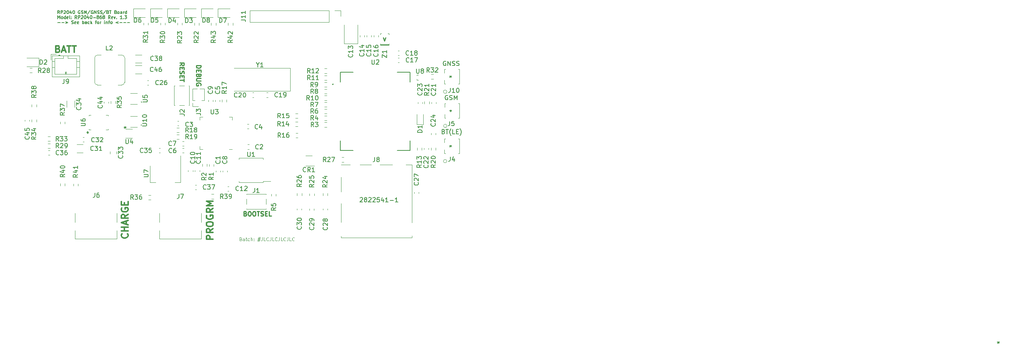
<source format=gbr>
%TF.GenerationSoftware,KiCad,Pcbnew,(6.0.2-0)*%
%TF.CreationDate,2022-03-19T00:24:53+01:00*%
%TF.ProjectId,RP2040GPSTracker,52503230-3430-4475-9053-547261636b65,rev?*%
%TF.SameCoordinates,PX4416780PY363af58*%
%TF.FileFunction,Legend,Top*%
%TF.FilePolarity,Positive*%
%FSLAX46Y46*%
G04 Gerber Fmt 4.6, Leading zero omitted, Abs format (unit mm)*
G04 Created by KiCad (PCBNEW (6.0.2-0)) date 2022-03-19 00:24:53*
%MOMM*%
%LPD*%
G01*
G04 APERTURE LIST*
%ADD10C,0.250000*%
%ADD11C,0.300000*%
%ADD12C,0.175000*%
%ADD13C,0.100000*%
%ADD14C,0.150000*%
%ADD15C,0.120000*%
%ADD16C,0.200000*%
%ADD17C,0.127000*%
G04 APERTURE END LIST*
D10*
X81739285Y46280953D02*
X81453571Y45519048D01*
X81167857Y46280953D01*
X39177619Y40023096D02*
X40177619Y40023096D01*
X40177619Y39785000D01*
X40130000Y39642143D01*
X40034761Y39546905D01*
X39939523Y39499286D01*
X39749047Y39451667D01*
X39606190Y39451667D01*
X39415714Y39499286D01*
X39320476Y39546905D01*
X39225238Y39642143D01*
X39177619Y39785000D01*
X39177619Y40023096D01*
X39701428Y39023096D02*
X39701428Y38689762D01*
X39177619Y38546905D02*
X39177619Y39023096D01*
X40177619Y39023096D01*
X40177619Y38546905D01*
X39701428Y37785000D02*
X39653809Y37642143D01*
X39606190Y37594524D01*
X39510952Y37546905D01*
X39368095Y37546905D01*
X39272857Y37594524D01*
X39225238Y37642143D01*
X39177619Y37737381D01*
X39177619Y38118334D01*
X40177619Y38118334D01*
X40177619Y37785000D01*
X40130000Y37689762D01*
X40082380Y37642143D01*
X39987142Y37594524D01*
X39891904Y37594524D01*
X39796666Y37642143D01*
X39749047Y37689762D01*
X39701428Y37785000D01*
X39701428Y38118334D01*
X40177619Y37118334D02*
X39368095Y37118334D01*
X39272857Y37070715D01*
X39225238Y37023096D01*
X39177619Y36927858D01*
X39177619Y36737381D01*
X39225238Y36642143D01*
X39272857Y36594524D01*
X39368095Y36546905D01*
X40177619Y36546905D01*
X40130000Y35546905D02*
X40177619Y35642143D01*
X40177619Y35785000D01*
X40130000Y35927858D01*
X40034761Y36023096D01*
X39939523Y36070715D01*
X39749047Y36118334D01*
X39606190Y36118334D01*
X39415714Y36070715D01*
X39320476Y36023096D01*
X39225238Y35927858D01*
X39177619Y35785000D01*
X39177619Y35689762D01*
X39225238Y35546905D01*
X39272857Y35499286D01*
X39606190Y35499286D01*
X39606190Y35689762D01*
D11*
X42953571Y904286D02*
X41453571Y904286D01*
X41453571Y1475715D01*
X41525000Y1618572D01*
X41596428Y1690000D01*
X41739285Y1761429D01*
X41953571Y1761429D01*
X42096428Y1690000D01*
X42167857Y1618572D01*
X42239285Y1475715D01*
X42239285Y904286D01*
X42953571Y3261429D02*
X42239285Y2761429D01*
X42953571Y2404286D02*
X41453571Y2404286D01*
X41453571Y2975715D01*
X41525000Y3118572D01*
X41596428Y3190000D01*
X41739285Y3261429D01*
X41953571Y3261429D01*
X42096428Y3190000D01*
X42167857Y3118572D01*
X42239285Y2975715D01*
X42239285Y2404286D01*
X41453571Y4190000D02*
X41453571Y4475715D01*
X41525000Y4618572D01*
X41667857Y4761429D01*
X41953571Y4832858D01*
X42453571Y4832858D01*
X42739285Y4761429D01*
X42882142Y4618572D01*
X42953571Y4475715D01*
X42953571Y4190000D01*
X42882142Y4047143D01*
X42739285Y3904286D01*
X42453571Y3832858D01*
X41953571Y3832858D01*
X41667857Y3904286D01*
X41525000Y4047143D01*
X41453571Y4190000D01*
X41525000Y6261429D02*
X41453571Y6118572D01*
X41453571Y5904286D01*
X41525000Y5690000D01*
X41667857Y5547143D01*
X41810714Y5475715D01*
X42096428Y5404286D01*
X42310714Y5404286D01*
X42596428Y5475715D01*
X42739285Y5547143D01*
X42882142Y5690000D01*
X42953571Y5904286D01*
X42953571Y6047143D01*
X42882142Y6261429D01*
X42810714Y6332858D01*
X42310714Y6332858D01*
X42310714Y6047143D01*
X42953571Y7832858D02*
X42239285Y7332858D01*
X42953571Y6975715D02*
X41453571Y6975715D01*
X41453571Y7547143D01*
X41525000Y7690000D01*
X41596428Y7761429D01*
X41739285Y7832858D01*
X41953571Y7832858D01*
X42096428Y7761429D01*
X42167857Y7690000D01*
X42239285Y7547143D01*
X42239285Y6975715D01*
X42953571Y8475715D02*
X41453571Y8475715D01*
X42525000Y8975715D01*
X41453571Y9475715D01*
X42953571Y9475715D01*
D12*
X8475416Y51680334D02*
X8242083Y52013667D01*
X8075416Y51680334D02*
X8075416Y52380334D01*
X8342083Y52380334D01*
X8408750Y52347000D01*
X8442083Y52313667D01*
X8475416Y52247000D01*
X8475416Y52147000D01*
X8442083Y52080334D01*
X8408750Y52047000D01*
X8342083Y52013667D01*
X8075416Y52013667D01*
X8775416Y51680334D02*
X8775416Y52380334D01*
X9042083Y52380334D01*
X9108750Y52347000D01*
X9142083Y52313667D01*
X9175416Y52247000D01*
X9175416Y52147000D01*
X9142083Y52080334D01*
X9108750Y52047000D01*
X9042083Y52013667D01*
X8775416Y52013667D01*
X9442083Y52313667D02*
X9475416Y52347000D01*
X9542083Y52380334D01*
X9708750Y52380334D01*
X9775416Y52347000D01*
X9808750Y52313667D01*
X9842083Y52247000D01*
X9842083Y52180334D01*
X9808750Y52080334D01*
X9408750Y51680334D01*
X9842083Y51680334D01*
X10275416Y52380334D02*
X10342083Y52380334D01*
X10408750Y52347000D01*
X10442083Y52313667D01*
X10475416Y52247000D01*
X10508750Y52113667D01*
X10508750Y51947000D01*
X10475416Y51813667D01*
X10442083Y51747000D01*
X10408750Y51713667D01*
X10342083Y51680334D01*
X10275416Y51680334D01*
X10208750Y51713667D01*
X10175416Y51747000D01*
X10142083Y51813667D01*
X10108750Y51947000D01*
X10108750Y52113667D01*
X10142083Y52247000D01*
X10175416Y52313667D01*
X10208750Y52347000D01*
X10275416Y52380334D01*
X11108750Y52147000D02*
X11108750Y51680334D01*
X10942083Y52413667D02*
X10775416Y51913667D01*
X11208750Y51913667D01*
X11608750Y52380334D02*
X11675416Y52380334D01*
X11742083Y52347000D01*
X11775416Y52313667D01*
X11808750Y52247000D01*
X11842083Y52113667D01*
X11842083Y51947000D01*
X11808750Y51813667D01*
X11775416Y51747000D01*
X11742083Y51713667D01*
X11675416Y51680334D01*
X11608750Y51680334D01*
X11542083Y51713667D01*
X11508750Y51747000D01*
X11475416Y51813667D01*
X11442083Y51947000D01*
X11442083Y52113667D01*
X11475416Y52247000D01*
X11508750Y52313667D01*
X11542083Y52347000D01*
X11608750Y52380334D01*
X13042083Y52347000D02*
X12975416Y52380334D01*
X12875416Y52380334D01*
X12775416Y52347000D01*
X12708750Y52280334D01*
X12675416Y52213667D01*
X12642083Y52080334D01*
X12642083Y51980334D01*
X12675416Y51847000D01*
X12708750Y51780334D01*
X12775416Y51713667D01*
X12875416Y51680334D01*
X12942083Y51680334D01*
X13042083Y51713667D01*
X13075416Y51747000D01*
X13075416Y51980334D01*
X12942083Y51980334D01*
X13342083Y51713667D02*
X13442083Y51680334D01*
X13608750Y51680334D01*
X13675416Y51713667D01*
X13708750Y51747000D01*
X13742083Y51813667D01*
X13742083Y51880334D01*
X13708750Y51947000D01*
X13675416Y51980334D01*
X13608750Y52013667D01*
X13475416Y52047000D01*
X13408750Y52080334D01*
X13375416Y52113667D01*
X13342083Y52180334D01*
X13342083Y52247000D01*
X13375416Y52313667D01*
X13408750Y52347000D01*
X13475416Y52380334D01*
X13642083Y52380334D01*
X13742083Y52347000D01*
X14042083Y51680334D02*
X14042083Y52380334D01*
X14275416Y51880334D01*
X14508750Y52380334D01*
X14508750Y51680334D01*
X15342083Y52413667D02*
X14742083Y51513667D01*
X15942083Y52347000D02*
X15875416Y52380334D01*
X15775416Y52380334D01*
X15675416Y52347000D01*
X15608750Y52280334D01*
X15575416Y52213667D01*
X15542083Y52080334D01*
X15542083Y51980334D01*
X15575416Y51847000D01*
X15608750Y51780334D01*
X15675416Y51713667D01*
X15775416Y51680334D01*
X15842083Y51680334D01*
X15942083Y51713667D01*
X15975416Y51747000D01*
X15975416Y51980334D01*
X15842083Y51980334D01*
X16275416Y51680334D02*
X16275416Y52380334D01*
X16675416Y51680334D01*
X16675416Y52380334D01*
X16975416Y51713667D02*
X17075416Y51680334D01*
X17242083Y51680334D01*
X17308750Y51713667D01*
X17342083Y51747000D01*
X17375416Y51813667D01*
X17375416Y51880334D01*
X17342083Y51947000D01*
X17308750Y51980334D01*
X17242083Y52013667D01*
X17108750Y52047000D01*
X17042083Y52080334D01*
X17008750Y52113667D01*
X16975416Y52180334D01*
X16975416Y52247000D01*
X17008750Y52313667D01*
X17042083Y52347000D01*
X17108750Y52380334D01*
X17275416Y52380334D01*
X17375416Y52347000D01*
X17642083Y51713667D02*
X17742083Y51680334D01*
X17908750Y51680334D01*
X17975416Y51713667D01*
X18008750Y51747000D01*
X18042083Y51813667D01*
X18042083Y51880334D01*
X18008750Y51947000D01*
X17975416Y51980334D01*
X17908750Y52013667D01*
X17775416Y52047000D01*
X17708750Y52080334D01*
X17675416Y52113667D01*
X17642083Y52180334D01*
X17642083Y52247000D01*
X17675416Y52313667D01*
X17708750Y52347000D01*
X17775416Y52380334D01*
X17942083Y52380334D01*
X18042083Y52347000D01*
X18842083Y52413667D02*
X18242083Y51513667D01*
X19308750Y52047000D02*
X19408750Y52013667D01*
X19442083Y51980334D01*
X19475416Y51913667D01*
X19475416Y51813667D01*
X19442083Y51747000D01*
X19408750Y51713667D01*
X19342083Y51680334D01*
X19075416Y51680334D01*
X19075416Y52380334D01*
X19308750Y52380334D01*
X19375416Y52347000D01*
X19408750Y52313667D01*
X19442083Y52247000D01*
X19442083Y52180334D01*
X19408750Y52113667D01*
X19375416Y52080334D01*
X19308750Y52047000D01*
X19075416Y52047000D01*
X19675416Y52380334D02*
X20075416Y52380334D01*
X19875416Y51680334D02*
X19875416Y52380334D01*
X21075416Y52047000D02*
X21175416Y52013667D01*
X21208750Y51980334D01*
X21242083Y51913667D01*
X21242083Y51813667D01*
X21208750Y51747000D01*
X21175416Y51713667D01*
X21108750Y51680334D01*
X20842083Y51680334D01*
X20842083Y52380334D01*
X21075416Y52380334D01*
X21142083Y52347000D01*
X21175416Y52313667D01*
X21208750Y52247000D01*
X21208750Y52180334D01*
X21175416Y52113667D01*
X21142083Y52080334D01*
X21075416Y52047000D01*
X20842083Y52047000D01*
X21642083Y51680334D02*
X21575416Y51713667D01*
X21542083Y51747000D01*
X21508750Y51813667D01*
X21508750Y52013667D01*
X21542083Y52080334D01*
X21575416Y52113667D01*
X21642083Y52147000D01*
X21742083Y52147000D01*
X21808750Y52113667D01*
X21842083Y52080334D01*
X21875416Y52013667D01*
X21875416Y51813667D01*
X21842083Y51747000D01*
X21808750Y51713667D01*
X21742083Y51680334D01*
X21642083Y51680334D01*
X22475416Y51680334D02*
X22475416Y52047000D01*
X22442083Y52113667D01*
X22375416Y52147000D01*
X22242083Y52147000D01*
X22175416Y52113667D01*
X22475416Y51713667D02*
X22408750Y51680334D01*
X22242083Y51680334D01*
X22175416Y51713667D01*
X22142083Y51780334D01*
X22142083Y51847000D01*
X22175416Y51913667D01*
X22242083Y51947000D01*
X22408750Y51947000D01*
X22475416Y51980334D01*
X22808750Y51680334D02*
X22808750Y52147000D01*
X22808750Y52013667D02*
X22842083Y52080334D01*
X22875416Y52113667D01*
X22942083Y52147000D01*
X23008750Y52147000D01*
X23542083Y51680334D02*
X23542083Y52380334D01*
X23542083Y51713667D02*
X23475416Y51680334D01*
X23342083Y51680334D01*
X23275416Y51713667D01*
X23242083Y51747000D01*
X23208750Y51813667D01*
X23208750Y52013667D01*
X23242083Y52080334D01*
X23275416Y52113667D01*
X23342083Y52147000D01*
X23475416Y52147000D01*
X23542083Y52113667D01*
X8075416Y50553334D02*
X8075416Y51253334D01*
X8308750Y50753334D01*
X8542083Y51253334D01*
X8542083Y50553334D01*
X8975416Y50553334D02*
X8908750Y50586667D01*
X8875416Y50620000D01*
X8842083Y50686667D01*
X8842083Y50886667D01*
X8875416Y50953334D01*
X8908750Y50986667D01*
X8975416Y51020000D01*
X9075416Y51020000D01*
X9142083Y50986667D01*
X9175416Y50953334D01*
X9208750Y50886667D01*
X9208750Y50686667D01*
X9175416Y50620000D01*
X9142083Y50586667D01*
X9075416Y50553334D01*
X8975416Y50553334D01*
X9808750Y50553334D02*
X9808750Y51253334D01*
X9808750Y50586667D02*
X9742083Y50553334D01*
X9608750Y50553334D01*
X9542083Y50586667D01*
X9508750Y50620000D01*
X9475416Y50686667D01*
X9475416Y50886667D01*
X9508750Y50953334D01*
X9542083Y50986667D01*
X9608750Y51020000D01*
X9742083Y51020000D01*
X9808750Y50986667D01*
X10408750Y50586667D02*
X10342083Y50553334D01*
X10208750Y50553334D01*
X10142083Y50586667D01*
X10108750Y50653334D01*
X10108750Y50920000D01*
X10142083Y50986667D01*
X10208750Y51020000D01*
X10342083Y51020000D01*
X10408750Y50986667D01*
X10442083Y50920000D01*
X10442083Y50853334D01*
X10108750Y50786667D01*
X10842083Y50553334D02*
X10775416Y50586667D01*
X10742083Y50653334D01*
X10742083Y51253334D01*
X11108750Y50620000D02*
X11142083Y50586667D01*
X11108750Y50553334D01*
X11075416Y50586667D01*
X11108750Y50620000D01*
X11108750Y50553334D01*
X11108750Y50986667D02*
X11142083Y50953334D01*
X11108750Y50920000D01*
X11075416Y50953334D01*
X11108750Y50986667D01*
X11108750Y50920000D01*
X12375416Y50553334D02*
X12142083Y50886667D01*
X11975416Y50553334D02*
X11975416Y51253334D01*
X12242083Y51253334D01*
X12308750Y51220000D01*
X12342083Y51186667D01*
X12375416Y51120000D01*
X12375416Y51020000D01*
X12342083Y50953334D01*
X12308750Y50920000D01*
X12242083Y50886667D01*
X11975416Y50886667D01*
X12675416Y50553334D02*
X12675416Y51253334D01*
X12942083Y51253334D01*
X13008750Y51220000D01*
X13042083Y51186667D01*
X13075416Y51120000D01*
X13075416Y51020000D01*
X13042083Y50953334D01*
X13008750Y50920000D01*
X12942083Y50886667D01*
X12675416Y50886667D01*
X13342083Y51186667D02*
X13375416Y51220000D01*
X13442083Y51253334D01*
X13608750Y51253334D01*
X13675416Y51220000D01*
X13708750Y51186667D01*
X13742083Y51120000D01*
X13742083Y51053334D01*
X13708750Y50953334D01*
X13308750Y50553334D01*
X13742083Y50553334D01*
X14175416Y51253334D02*
X14242083Y51253334D01*
X14308750Y51220000D01*
X14342083Y51186667D01*
X14375416Y51120000D01*
X14408750Y50986667D01*
X14408750Y50820000D01*
X14375416Y50686667D01*
X14342083Y50620000D01*
X14308750Y50586667D01*
X14242083Y50553334D01*
X14175416Y50553334D01*
X14108750Y50586667D01*
X14075416Y50620000D01*
X14042083Y50686667D01*
X14008750Y50820000D01*
X14008750Y50986667D01*
X14042083Y51120000D01*
X14075416Y51186667D01*
X14108750Y51220000D01*
X14175416Y51253334D01*
X15008750Y51020000D02*
X15008750Y50553334D01*
X14842083Y51286667D02*
X14675416Y50786667D01*
X15108750Y50786667D01*
X15508750Y51253334D02*
X15575416Y51253334D01*
X15642083Y51220000D01*
X15675416Y51186667D01*
X15708750Y51120000D01*
X15742083Y50986667D01*
X15742083Y50820000D01*
X15708750Y50686667D01*
X15675416Y50620000D01*
X15642083Y50586667D01*
X15575416Y50553334D01*
X15508750Y50553334D01*
X15442083Y50586667D01*
X15408750Y50620000D01*
X15375416Y50686667D01*
X15342083Y50820000D01*
X15342083Y50986667D01*
X15375416Y51120000D01*
X15408750Y51186667D01*
X15442083Y51220000D01*
X15508750Y51253334D01*
X16042083Y50820000D02*
X16575416Y50820000D01*
X17008750Y50953334D02*
X16942083Y50986667D01*
X16908750Y51020000D01*
X16875416Y51086667D01*
X16875416Y51120000D01*
X16908750Y51186667D01*
X16942083Y51220000D01*
X17008750Y51253334D01*
X17142083Y51253334D01*
X17208750Y51220000D01*
X17242083Y51186667D01*
X17275416Y51120000D01*
X17275416Y51086667D01*
X17242083Y51020000D01*
X17208750Y50986667D01*
X17142083Y50953334D01*
X17008750Y50953334D01*
X16942083Y50920000D01*
X16908750Y50886667D01*
X16875416Y50820000D01*
X16875416Y50686667D01*
X16908750Y50620000D01*
X16942083Y50586667D01*
X17008750Y50553334D01*
X17142083Y50553334D01*
X17208750Y50586667D01*
X17242083Y50620000D01*
X17275416Y50686667D01*
X17275416Y50820000D01*
X17242083Y50886667D01*
X17208750Y50920000D01*
X17142083Y50953334D01*
X17875416Y51253334D02*
X17742083Y51253334D01*
X17675416Y51220000D01*
X17642083Y51186667D01*
X17575416Y51086667D01*
X17542083Y50953334D01*
X17542083Y50686667D01*
X17575416Y50620000D01*
X17608750Y50586667D01*
X17675416Y50553334D01*
X17808750Y50553334D01*
X17875416Y50586667D01*
X17908750Y50620000D01*
X17942083Y50686667D01*
X17942083Y50853334D01*
X17908750Y50920000D01*
X17875416Y50953334D01*
X17808750Y50986667D01*
X17675416Y50986667D01*
X17608750Y50953334D01*
X17575416Y50920000D01*
X17542083Y50853334D01*
X18342083Y50953334D02*
X18275416Y50986667D01*
X18242083Y51020000D01*
X18208750Y51086667D01*
X18208750Y51120000D01*
X18242083Y51186667D01*
X18275416Y51220000D01*
X18342083Y51253334D01*
X18475416Y51253334D01*
X18542083Y51220000D01*
X18575416Y51186667D01*
X18608750Y51120000D01*
X18608750Y51086667D01*
X18575416Y51020000D01*
X18542083Y50986667D01*
X18475416Y50953334D01*
X18342083Y50953334D01*
X18275416Y50920000D01*
X18242083Y50886667D01*
X18208750Y50820000D01*
X18208750Y50686667D01*
X18242083Y50620000D01*
X18275416Y50586667D01*
X18342083Y50553334D01*
X18475416Y50553334D01*
X18542083Y50586667D01*
X18575416Y50620000D01*
X18608750Y50686667D01*
X18608750Y50820000D01*
X18575416Y50886667D01*
X18542083Y50920000D01*
X18475416Y50953334D01*
X19842083Y50553334D02*
X19608750Y50886667D01*
X19442083Y50553334D02*
X19442083Y51253334D01*
X19708750Y51253334D01*
X19775416Y51220000D01*
X19808750Y51186667D01*
X19842083Y51120000D01*
X19842083Y51020000D01*
X19808750Y50953334D01*
X19775416Y50920000D01*
X19708750Y50886667D01*
X19442083Y50886667D01*
X20408750Y50586667D02*
X20342083Y50553334D01*
X20208750Y50553334D01*
X20142083Y50586667D01*
X20108750Y50653334D01*
X20108750Y50920000D01*
X20142083Y50986667D01*
X20208750Y51020000D01*
X20342083Y51020000D01*
X20408750Y50986667D01*
X20442083Y50920000D01*
X20442083Y50853334D01*
X20108750Y50786667D01*
X20675416Y51020000D02*
X20842083Y50553334D01*
X21008750Y51020000D01*
X21275416Y50620000D02*
X21308750Y50586667D01*
X21275416Y50553334D01*
X21242083Y50586667D01*
X21275416Y50620000D01*
X21275416Y50553334D01*
X22508750Y50553334D02*
X22108750Y50553334D01*
X22308750Y50553334D02*
X22308750Y51253334D01*
X22242083Y51153334D01*
X22175416Y51086667D01*
X22108750Y51053334D01*
X22808750Y50620000D02*
X22842083Y50586667D01*
X22808750Y50553334D01*
X22775416Y50586667D01*
X22808750Y50620000D01*
X22808750Y50553334D01*
X23075416Y51253334D02*
X23508750Y51253334D01*
X23275416Y50986667D01*
X23375416Y50986667D01*
X23442083Y50953334D01*
X23475416Y50920000D01*
X23508750Y50853334D01*
X23508750Y50686667D01*
X23475416Y50620000D01*
X23442083Y50586667D01*
X23375416Y50553334D01*
X23175416Y50553334D01*
X23108750Y50586667D01*
X23075416Y50620000D01*
X8075416Y49693000D02*
X8608750Y49693000D01*
X8942083Y49693000D02*
X9475416Y49693000D01*
X9808750Y49893000D02*
X10342083Y49693000D01*
X9808750Y49493000D01*
X11175416Y49459667D02*
X11275416Y49426334D01*
X11442083Y49426334D01*
X11508750Y49459667D01*
X11542083Y49493000D01*
X11575416Y49559667D01*
X11575416Y49626334D01*
X11542083Y49693000D01*
X11508750Y49726334D01*
X11442083Y49759667D01*
X11308750Y49793000D01*
X11242083Y49826334D01*
X11208750Y49859667D01*
X11175416Y49926334D01*
X11175416Y49993000D01*
X11208750Y50059667D01*
X11242083Y50093000D01*
X11308750Y50126334D01*
X11475416Y50126334D01*
X11575416Y50093000D01*
X12142083Y49459667D02*
X12075416Y49426334D01*
X11942083Y49426334D01*
X11875416Y49459667D01*
X11842083Y49526334D01*
X11842083Y49793000D01*
X11875416Y49859667D01*
X11942083Y49893000D01*
X12075416Y49893000D01*
X12142083Y49859667D01*
X12175416Y49793000D01*
X12175416Y49726334D01*
X11842083Y49659667D01*
X12742083Y49459667D02*
X12675416Y49426334D01*
X12542083Y49426334D01*
X12475416Y49459667D01*
X12442083Y49526334D01*
X12442083Y49793000D01*
X12475416Y49859667D01*
X12542083Y49893000D01*
X12675416Y49893000D01*
X12742083Y49859667D01*
X12775416Y49793000D01*
X12775416Y49726334D01*
X12442083Y49659667D01*
X13608750Y49426334D02*
X13608750Y50126334D01*
X13608750Y49859667D02*
X13675416Y49893000D01*
X13808750Y49893000D01*
X13875416Y49859667D01*
X13908750Y49826334D01*
X13942083Y49759667D01*
X13942083Y49559667D01*
X13908750Y49493000D01*
X13875416Y49459667D01*
X13808750Y49426334D01*
X13675416Y49426334D01*
X13608750Y49459667D01*
X14542083Y49426334D02*
X14542083Y49793000D01*
X14508750Y49859667D01*
X14442083Y49893000D01*
X14308750Y49893000D01*
X14242083Y49859667D01*
X14542083Y49459667D02*
X14475416Y49426334D01*
X14308750Y49426334D01*
X14242083Y49459667D01*
X14208750Y49526334D01*
X14208750Y49593000D01*
X14242083Y49659667D01*
X14308750Y49693000D01*
X14475416Y49693000D01*
X14542083Y49726334D01*
X15175416Y49459667D02*
X15108750Y49426334D01*
X14975416Y49426334D01*
X14908750Y49459667D01*
X14875416Y49493000D01*
X14842083Y49559667D01*
X14842083Y49759667D01*
X14875416Y49826334D01*
X14908750Y49859667D01*
X14975416Y49893000D01*
X15108750Y49893000D01*
X15175416Y49859667D01*
X15475416Y49426334D02*
X15475416Y50126334D01*
X15542083Y49693000D02*
X15742083Y49426334D01*
X15742083Y49893000D02*
X15475416Y49626334D01*
X16475416Y49893000D02*
X16742083Y49893000D01*
X16575416Y49426334D02*
X16575416Y50026334D01*
X16608750Y50093000D01*
X16675416Y50126334D01*
X16742083Y50126334D01*
X17075416Y49426334D02*
X17008750Y49459667D01*
X16975416Y49493000D01*
X16942083Y49559667D01*
X16942083Y49759667D01*
X16975416Y49826334D01*
X17008750Y49859667D01*
X17075416Y49893000D01*
X17175416Y49893000D01*
X17242083Y49859667D01*
X17275416Y49826334D01*
X17308750Y49759667D01*
X17308750Y49559667D01*
X17275416Y49493000D01*
X17242083Y49459667D01*
X17175416Y49426334D01*
X17075416Y49426334D01*
X17608750Y49426334D02*
X17608750Y49893000D01*
X17608750Y49759667D02*
X17642083Y49826334D01*
X17675416Y49859667D01*
X17742083Y49893000D01*
X17808750Y49893000D01*
X18575416Y49426334D02*
X18575416Y49893000D01*
X18575416Y50126334D02*
X18542083Y50093000D01*
X18575416Y50059667D01*
X18608750Y50093000D01*
X18575416Y50126334D01*
X18575416Y50059667D01*
X18908750Y49893000D02*
X18908750Y49426334D01*
X18908750Y49826334D02*
X18942083Y49859667D01*
X19008750Y49893000D01*
X19108750Y49893000D01*
X19175416Y49859667D01*
X19208750Y49793000D01*
X19208750Y49426334D01*
X19442083Y49893000D02*
X19708750Y49893000D01*
X19542083Y49426334D02*
X19542083Y50026334D01*
X19575416Y50093000D01*
X19642083Y50126334D01*
X19708750Y50126334D01*
X20042083Y49426334D02*
X19975416Y49459667D01*
X19942083Y49493000D01*
X19908750Y49559667D01*
X19908750Y49759667D01*
X19942083Y49826334D01*
X19975416Y49859667D01*
X20042083Y49893000D01*
X20142083Y49893000D01*
X20208750Y49859667D01*
X20242083Y49826334D01*
X20275416Y49759667D01*
X20275416Y49559667D01*
X20242083Y49493000D01*
X20208750Y49459667D01*
X20142083Y49426334D01*
X20042083Y49426334D01*
X21642083Y49893000D02*
X21108750Y49693000D01*
X21642083Y49493000D01*
X21975416Y49693000D02*
X22508750Y49693000D01*
X22842083Y49693000D02*
X23375416Y49693000D01*
X23708750Y49693000D02*
X24242083Y49693000D01*
D13*
X49182857Y953572D02*
X49290000Y917858D01*
X49325714Y882143D01*
X49361428Y810715D01*
X49361428Y703572D01*
X49325714Y632143D01*
X49290000Y596429D01*
X49218571Y560715D01*
X48932857Y560715D01*
X48932857Y1310715D01*
X49182857Y1310715D01*
X49254285Y1275000D01*
X49290000Y1239286D01*
X49325714Y1167858D01*
X49325714Y1096429D01*
X49290000Y1025000D01*
X49254285Y989286D01*
X49182857Y953572D01*
X48932857Y953572D01*
X50004285Y560715D02*
X50004285Y953572D01*
X49968571Y1025000D01*
X49897142Y1060715D01*
X49754285Y1060715D01*
X49682857Y1025000D01*
X50004285Y596429D02*
X49932857Y560715D01*
X49754285Y560715D01*
X49682857Y596429D01*
X49647142Y667858D01*
X49647142Y739286D01*
X49682857Y810715D01*
X49754285Y846429D01*
X49932857Y846429D01*
X50004285Y882143D01*
X50254285Y1060715D02*
X50540000Y1060715D01*
X50361428Y1310715D02*
X50361428Y667858D01*
X50397142Y596429D01*
X50468571Y560715D01*
X50540000Y560715D01*
X51111428Y596429D02*
X51040000Y560715D01*
X50897142Y560715D01*
X50825714Y596429D01*
X50790000Y632143D01*
X50754285Y703572D01*
X50754285Y917858D01*
X50790000Y989286D01*
X50825714Y1025000D01*
X50897142Y1060715D01*
X51040000Y1060715D01*
X51111428Y1025000D01*
X51432857Y560715D02*
X51432857Y1310715D01*
X51754285Y560715D02*
X51754285Y953572D01*
X51718571Y1025000D01*
X51647142Y1060715D01*
X51540000Y1060715D01*
X51468571Y1025000D01*
X51432857Y989286D01*
X52111428Y632143D02*
X52147142Y596429D01*
X52111428Y560715D01*
X52075714Y596429D01*
X52111428Y632143D01*
X52111428Y560715D01*
X52111428Y1025000D02*
X52147142Y989286D01*
X52111428Y953572D01*
X52075714Y989286D01*
X52111428Y1025000D01*
X52111428Y953572D01*
X53004285Y1060715D02*
X53540000Y1060715D01*
X53218571Y1382143D02*
X53004285Y417858D01*
X53468571Y739286D02*
X52932857Y739286D01*
X53254285Y417858D02*
X53468571Y1382143D01*
X54004285Y1310715D02*
X54004285Y775000D01*
X53968571Y667858D01*
X53897142Y596429D01*
X53790000Y560715D01*
X53718571Y560715D01*
X54718571Y560715D02*
X54361428Y560715D01*
X54361428Y1310715D01*
X55397142Y632143D02*
X55361428Y596429D01*
X55254285Y560715D01*
X55182857Y560715D01*
X55075714Y596429D01*
X55004285Y667858D01*
X54968571Y739286D01*
X54932857Y882143D01*
X54932857Y989286D01*
X54968571Y1132143D01*
X55004285Y1203572D01*
X55075714Y1275000D01*
X55182857Y1310715D01*
X55254285Y1310715D01*
X55361428Y1275000D01*
X55397142Y1239286D01*
X55932857Y1310715D02*
X55932857Y775000D01*
X55897142Y667858D01*
X55825714Y596429D01*
X55718571Y560715D01*
X55647142Y560715D01*
X56647142Y560715D02*
X56290000Y560715D01*
X56290000Y1310715D01*
X57325714Y632143D02*
X57290000Y596429D01*
X57182857Y560715D01*
X57111428Y560715D01*
X57004285Y596429D01*
X56932857Y667858D01*
X56897142Y739286D01*
X56861428Y882143D01*
X56861428Y989286D01*
X56897142Y1132143D01*
X56932857Y1203572D01*
X57004285Y1275000D01*
X57111428Y1310715D01*
X57182857Y1310715D01*
X57290000Y1275000D01*
X57325714Y1239286D01*
X57861428Y1310715D02*
X57861428Y775000D01*
X57825714Y667858D01*
X57754285Y596429D01*
X57647142Y560715D01*
X57575714Y560715D01*
X58575714Y560715D02*
X58218571Y560715D01*
X58218571Y1310715D01*
X59254285Y632143D02*
X59218571Y596429D01*
X59111428Y560715D01*
X59040000Y560715D01*
X58932857Y596429D01*
X58861428Y667858D01*
X58825714Y739286D01*
X58790000Y882143D01*
X58790000Y989286D01*
X58825714Y1132143D01*
X58861428Y1203572D01*
X58932857Y1275000D01*
X59040000Y1310715D01*
X59111428Y1310715D01*
X59218571Y1275000D01*
X59254285Y1239286D01*
X59790000Y1310715D02*
X59790000Y775000D01*
X59754285Y667858D01*
X59682857Y596429D01*
X59575714Y560715D01*
X59504285Y560715D01*
X60504285Y560715D02*
X60147142Y560715D01*
X60147142Y1310715D01*
X61182857Y632143D02*
X61147142Y596429D01*
X61040000Y560715D01*
X60968571Y560715D01*
X60861428Y596429D01*
X60790000Y667858D01*
X60754285Y739286D01*
X60718571Y882143D01*
X60718571Y989286D01*
X60754285Y1132143D01*
X60790000Y1203572D01*
X60861428Y1275000D01*
X60968571Y1310715D01*
X61040000Y1310715D01*
X61147142Y1275000D01*
X61182857Y1239286D01*
D11*
X23695714Y2137143D02*
X23767142Y2065715D01*
X23838571Y1851429D01*
X23838571Y1708572D01*
X23767142Y1494286D01*
X23624285Y1351429D01*
X23481428Y1280000D01*
X23195714Y1208572D01*
X22981428Y1208572D01*
X22695714Y1280000D01*
X22552857Y1351429D01*
X22410000Y1494286D01*
X22338571Y1708572D01*
X22338571Y1851429D01*
X22410000Y2065715D01*
X22481428Y2137143D01*
X23838571Y2780000D02*
X22338571Y2780000D01*
X23052857Y2780000D02*
X23052857Y3637143D01*
X23838571Y3637143D02*
X22338571Y3637143D01*
X23410000Y4280000D02*
X23410000Y4994286D01*
X23838571Y4137143D02*
X22338571Y4637143D01*
X23838571Y5137143D01*
X23838571Y6494286D02*
X23124285Y5994286D01*
X23838571Y5637143D02*
X22338571Y5637143D01*
X22338571Y6208572D01*
X22410000Y6351429D01*
X22481428Y6422858D01*
X22624285Y6494286D01*
X22838571Y6494286D01*
X22981428Y6422858D01*
X23052857Y6351429D01*
X23124285Y6208572D01*
X23124285Y5637143D01*
X22410000Y7922858D02*
X22338571Y7780000D01*
X22338571Y7565715D01*
X22410000Y7351429D01*
X22552857Y7208572D01*
X22695714Y7137143D01*
X22981428Y7065715D01*
X23195714Y7065715D01*
X23481428Y7137143D01*
X23624285Y7208572D01*
X23767142Y7351429D01*
X23838571Y7565715D01*
X23838571Y7708572D01*
X23767142Y7922858D01*
X23695714Y7994286D01*
X23195714Y7994286D01*
X23195714Y7708572D01*
X23052857Y8637143D02*
X23052857Y9137143D01*
X23838571Y9351429D02*
X23838571Y8637143D01*
X22338571Y8637143D01*
X22338571Y9351429D01*
X8111428Y43757143D02*
X8325714Y43685715D01*
X8397142Y43614286D01*
X8468571Y43471429D01*
X8468571Y43257143D01*
X8397142Y43114286D01*
X8325714Y43042858D01*
X8182857Y42971429D01*
X7611428Y42971429D01*
X7611428Y44471429D01*
X8111428Y44471429D01*
X8254285Y44400000D01*
X8325714Y44328572D01*
X8397142Y44185715D01*
X8397142Y44042858D01*
X8325714Y43900000D01*
X8254285Y43828572D01*
X8111428Y43757143D01*
X7611428Y43757143D01*
X9040000Y43400000D02*
X9754285Y43400000D01*
X8897142Y42971429D02*
X9397142Y44471429D01*
X9897142Y42971429D01*
X10182857Y44471429D02*
X11040000Y44471429D01*
X10611428Y42971429D02*
X10611428Y44471429D01*
X11325714Y44471429D02*
X12182857Y44471429D01*
X11754285Y42971429D02*
X11754285Y44471429D01*
D10*
X35442619Y40022381D02*
X35918809Y40355715D01*
X35442619Y40593810D02*
X36442619Y40593810D01*
X36442619Y40212858D01*
X36395000Y40117620D01*
X36347380Y40070000D01*
X36252142Y40022381D01*
X36109285Y40022381D01*
X36014047Y40070000D01*
X35966428Y40117620D01*
X35918809Y40212858D01*
X35918809Y40593810D01*
X35966428Y39593810D02*
X35966428Y39260477D01*
X35442619Y39117620D02*
X35442619Y39593810D01*
X36442619Y39593810D01*
X36442619Y39117620D01*
X35490238Y38736667D02*
X35442619Y38593810D01*
X35442619Y38355715D01*
X35490238Y38260477D01*
X35537857Y38212858D01*
X35633095Y38165239D01*
X35728333Y38165239D01*
X35823571Y38212858D01*
X35871190Y38260477D01*
X35918809Y38355715D01*
X35966428Y38546191D01*
X36014047Y38641429D01*
X36061666Y38689048D01*
X36156904Y38736667D01*
X36252142Y38736667D01*
X36347380Y38689048D01*
X36395000Y38641429D01*
X36442619Y38546191D01*
X36442619Y38308096D01*
X36395000Y38165239D01*
X35966428Y37736667D02*
X35966428Y37403334D01*
X35442619Y37260477D02*
X35442619Y37736667D01*
X36442619Y37736667D01*
X36442619Y37260477D01*
X36442619Y36974762D02*
X36442619Y36403334D01*
X35442619Y36689048D02*
X36442619Y36689048D01*
X50179523Y6701429D02*
X50322380Y6653810D01*
X50370000Y6606191D01*
X50417619Y6510953D01*
X50417619Y6368096D01*
X50370000Y6272858D01*
X50322380Y6225239D01*
X50227142Y6177620D01*
X49846190Y6177620D01*
X49846190Y7177620D01*
X50179523Y7177620D01*
X50274761Y7130000D01*
X50322380Y7082381D01*
X50370000Y6987143D01*
X50370000Y6891905D01*
X50322380Y6796667D01*
X50274761Y6749048D01*
X50179523Y6701429D01*
X49846190Y6701429D01*
X51036666Y7177620D02*
X51227142Y7177620D01*
X51322380Y7130000D01*
X51417619Y7034762D01*
X51465238Y6844286D01*
X51465238Y6510953D01*
X51417619Y6320477D01*
X51322380Y6225239D01*
X51227142Y6177620D01*
X51036666Y6177620D01*
X50941428Y6225239D01*
X50846190Y6320477D01*
X50798571Y6510953D01*
X50798571Y6844286D01*
X50846190Y7034762D01*
X50941428Y7130000D01*
X51036666Y7177620D01*
X52084285Y7177620D02*
X52274761Y7177620D01*
X52370000Y7130000D01*
X52465238Y7034762D01*
X52512857Y6844286D01*
X52512857Y6510953D01*
X52465238Y6320477D01*
X52370000Y6225239D01*
X52274761Y6177620D01*
X52084285Y6177620D01*
X51989047Y6225239D01*
X51893809Y6320477D01*
X51846190Y6510953D01*
X51846190Y6844286D01*
X51893809Y7034762D01*
X51989047Y7130000D01*
X52084285Y7177620D01*
X52798571Y7177620D02*
X53370000Y7177620D01*
X53084285Y6177620D02*
X53084285Y7177620D01*
X53655714Y6225239D02*
X53798571Y6177620D01*
X54036666Y6177620D01*
X54131904Y6225239D01*
X54179523Y6272858D01*
X54227142Y6368096D01*
X54227142Y6463334D01*
X54179523Y6558572D01*
X54131904Y6606191D01*
X54036666Y6653810D01*
X53846190Y6701429D01*
X53750952Y6749048D01*
X53703333Y6796667D01*
X53655714Y6891905D01*
X53655714Y6987143D01*
X53703333Y7082381D01*
X53750952Y7130000D01*
X53846190Y7177620D01*
X54084285Y7177620D01*
X54227142Y7130000D01*
X54655714Y6701429D02*
X54989047Y6701429D01*
X55131904Y6177620D02*
X54655714Y6177620D01*
X54655714Y7177620D01*
X55131904Y7177620D01*
X56036666Y6177620D02*
X55560476Y6177620D01*
X55560476Y7177620D01*
D14*
%TO.C,D8*%
X40636904Y49737620D02*
X40636904Y50737620D01*
X40875000Y50737620D01*
X41017857Y50690000D01*
X41113095Y50594762D01*
X41160714Y50499524D01*
X41208333Y50309048D01*
X41208333Y50166191D01*
X41160714Y49975715D01*
X41113095Y49880477D01*
X41017857Y49785239D01*
X40875000Y49737620D01*
X40636904Y49737620D01*
X41779761Y50309048D02*
X41684523Y50356667D01*
X41636904Y50404286D01*
X41589285Y50499524D01*
X41589285Y50547143D01*
X41636904Y50642381D01*
X41684523Y50690000D01*
X41779761Y50737620D01*
X41970238Y50737620D01*
X42065476Y50690000D01*
X42113095Y50642381D01*
X42160714Y50547143D01*
X42160714Y50499524D01*
X42113095Y50404286D01*
X42065476Y50356667D01*
X41970238Y50309048D01*
X41779761Y50309048D01*
X41684523Y50261429D01*
X41636904Y50213810D01*
X41589285Y50118572D01*
X41589285Y49928096D01*
X41636904Y49832858D01*
X41684523Y49785239D01*
X41779761Y49737620D01*
X41970238Y49737620D01*
X42065476Y49785239D01*
X42113095Y49832858D01*
X42160714Y49928096D01*
X42160714Y50118572D01*
X42113095Y50213810D01*
X42065476Y50261429D01*
X41970238Y50309048D01*
%TO.C,D7*%
X44411904Y49697620D02*
X44411904Y50697620D01*
X44650000Y50697620D01*
X44792857Y50650000D01*
X44888095Y50554762D01*
X44935714Y50459524D01*
X44983333Y50269048D01*
X44983333Y50126191D01*
X44935714Y49935715D01*
X44888095Y49840477D01*
X44792857Y49745239D01*
X44650000Y49697620D01*
X44411904Y49697620D01*
X45316666Y50697620D02*
X45983333Y50697620D01*
X45554761Y49697620D01*
%TO.C,D6*%
X25261904Y49727620D02*
X25261904Y50727620D01*
X25500000Y50727620D01*
X25642857Y50680000D01*
X25738095Y50584762D01*
X25785714Y50489524D01*
X25833333Y50299048D01*
X25833333Y50156191D01*
X25785714Y49965715D01*
X25738095Y49870477D01*
X25642857Y49775239D01*
X25500000Y49727620D01*
X25261904Y49727620D01*
X26690476Y50727620D02*
X26500000Y50727620D01*
X26404761Y50680000D01*
X26357142Y50632381D01*
X26261904Y50489524D01*
X26214285Y50299048D01*
X26214285Y49918096D01*
X26261904Y49822858D01*
X26309523Y49775239D01*
X26404761Y49727620D01*
X26595238Y49727620D01*
X26690476Y49775239D01*
X26738095Y49822858D01*
X26785714Y49918096D01*
X26785714Y50156191D01*
X26738095Y50251429D01*
X26690476Y50299048D01*
X26595238Y50346667D01*
X26404761Y50346667D01*
X26309523Y50299048D01*
X26261904Y50251429D01*
X26214285Y50156191D01*
%TO.C,D5*%
X29066904Y49727620D02*
X29066904Y50727620D01*
X29305000Y50727620D01*
X29447857Y50680000D01*
X29543095Y50584762D01*
X29590714Y50489524D01*
X29638333Y50299048D01*
X29638333Y50156191D01*
X29590714Y49965715D01*
X29543095Y49870477D01*
X29447857Y49775239D01*
X29305000Y49727620D01*
X29066904Y49727620D01*
X30543095Y50727620D02*
X30066904Y50727620D01*
X30019285Y50251429D01*
X30066904Y50299048D01*
X30162142Y50346667D01*
X30400238Y50346667D01*
X30495476Y50299048D01*
X30543095Y50251429D01*
X30590714Y50156191D01*
X30590714Y49918096D01*
X30543095Y49822858D01*
X30495476Y49775239D01*
X30400238Y49727620D01*
X30162142Y49727620D01*
X30066904Y49775239D01*
X30019285Y49822858D01*
%TO.C,D4*%
X33001904Y49697620D02*
X33001904Y50697620D01*
X33240000Y50697620D01*
X33382857Y50650000D01*
X33478095Y50554762D01*
X33525714Y50459524D01*
X33573333Y50269048D01*
X33573333Y50126191D01*
X33525714Y49935715D01*
X33478095Y49840477D01*
X33382857Y49745239D01*
X33240000Y49697620D01*
X33001904Y49697620D01*
X34430476Y50364286D02*
X34430476Y49697620D01*
X34192380Y50745239D02*
X33954285Y50030953D01*
X34573333Y50030953D01*
%TO.C,D3*%
X36781904Y49677620D02*
X36781904Y50677620D01*
X37020000Y50677620D01*
X37162857Y50630000D01*
X37258095Y50534762D01*
X37305714Y50439524D01*
X37353333Y50249048D01*
X37353333Y50106191D01*
X37305714Y49915715D01*
X37258095Y49820477D01*
X37162857Y49725239D01*
X37020000Y49677620D01*
X36781904Y49677620D01*
X37686666Y50677620D02*
X38305714Y50677620D01*
X37972380Y50296667D01*
X38115238Y50296667D01*
X38210476Y50249048D01*
X38258095Y50201429D01*
X38305714Y50106191D01*
X38305714Y49868096D01*
X38258095Y49772858D01*
X38210476Y49725239D01*
X38115238Y49677620D01*
X37829523Y49677620D01*
X37734285Y49725239D01*
X37686666Y49772858D01*
%TO.C,D2*%
X4071904Y40292620D02*
X4071904Y41292620D01*
X4310000Y41292620D01*
X4452857Y41245000D01*
X4548095Y41149762D01*
X4595714Y41054524D01*
X4643333Y40864048D01*
X4643333Y40721191D01*
X4595714Y40530715D01*
X4548095Y40435477D01*
X4452857Y40340239D01*
X4310000Y40292620D01*
X4071904Y40292620D01*
X5024285Y41197381D02*
X5071904Y41245000D01*
X5167142Y41292620D01*
X5405238Y41292620D01*
X5500476Y41245000D01*
X5548095Y41197381D01*
X5595714Y41102143D01*
X5595714Y41006905D01*
X5548095Y40864048D01*
X4976666Y40292620D01*
X5595714Y40292620D01*
%TO.C,D1*%
X89902380Y24986905D02*
X88902380Y24986905D01*
X88902380Y25225000D01*
X88950000Y25367858D01*
X89045238Y25463096D01*
X89140476Y25510715D01*
X89330952Y25558334D01*
X89473809Y25558334D01*
X89664285Y25510715D01*
X89759523Y25463096D01*
X89854761Y25367858D01*
X89902380Y25225000D01*
X89902380Y24986905D01*
X89902380Y26510715D02*
X89902380Y25939286D01*
X89902380Y26225000D02*
X88902380Y26225000D01*
X89045238Y26129762D01*
X89140476Y26034524D01*
X89188095Y25939286D01*
%TO.C,CR1*%
X63793333Y16192858D02*
X63745714Y16145239D01*
X63602857Y16097620D01*
X63507619Y16097620D01*
X63364761Y16145239D01*
X63269523Y16240477D01*
X63221904Y16335715D01*
X63174285Y16526191D01*
X63174285Y16669048D01*
X63221904Y16859524D01*
X63269523Y16954762D01*
X63364761Y17050000D01*
X63507619Y17097620D01*
X63602857Y17097620D01*
X63745714Y17050000D01*
X63793333Y17002381D01*
X64793333Y16097620D02*
X64460000Y16573810D01*
X64221904Y16097620D02*
X64221904Y17097620D01*
X64602857Y17097620D01*
X64698095Y17050000D01*
X64745714Y17002381D01*
X64793333Y16907143D01*
X64793333Y16764286D01*
X64745714Y16669048D01*
X64698095Y16621429D01*
X64602857Y16573810D01*
X64221904Y16573810D01*
X65745714Y16097620D02*
X65174285Y16097620D01*
X65460000Y16097620D02*
X65460000Y17097620D01*
X65364761Y16954762D01*
X65269523Y16859524D01*
X65174285Y16811905D01*
%TO.C,C46*%
X29467142Y38742858D02*
X29419523Y38695239D01*
X29276666Y38647620D01*
X29181428Y38647620D01*
X29038571Y38695239D01*
X28943333Y38790477D01*
X28895714Y38885715D01*
X28848095Y39076191D01*
X28848095Y39219048D01*
X28895714Y39409524D01*
X28943333Y39504762D01*
X29038571Y39600000D01*
X29181428Y39647620D01*
X29276666Y39647620D01*
X29419523Y39600000D01*
X29467142Y39552381D01*
X30324285Y39314286D02*
X30324285Y38647620D01*
X30086190Y39695239D02*
X29848095Y38980953D01*
X30467142Y38980953D01*
X31276666Y39647620D02*
X31086190Y39647620D01*
X30990952Y39600000D01*
X30943333Y39552381D01*
X30848095Y39409524D01*
X30800476Y39219048D01*
X30800476Y38838096D01*
X30848095Y38742858D01*
X30895714Y38695239D01*
X30990952Y38647620D01*
X31181428Y38647620D01*
X31276666Y38695239D01*
X31324285Y38742858D01*
X31371904Y38838096D01*
X31371904Y39076191D01*
X31324285Y39171429D01*
X31276666Y39219048D01*
X31181428Y39266667D01*
X30990952Y39266667D01*
X30895714Y39219048D01*
X30848095Y39171429D01*
X30800476Y39076191D01*
%TO.C,C38*%
X29537142Y41212858D02*
X29489523Y41165239D01*
X29346666Y41117620D01*
X29251428Y41117620D01*
X29108571Y41165239D01*
X29013333Y41260477D01*
X28965714Y41355715D01*
X28918095Y41546191D01*
X28918095Y41689048D01*
X28965714Y41879524D01*
X29013333Y41974762D01*
X29108571Y42070000D01*
X29251428Y42117620D01*
X29346666Y42117620D01*
X29489523Y42070000D01*
X29537142Y42022381D01*
X29870476Y42117620D02*
X30489523Y42117620D01*
X30156190Y41736667D01*
X30299047Y41736667D01*
X30394285Y41689048D01*
X30441904Y41641429D01*
X30489523Y41546191D01*
X30489523Y41308096D01*
X30441904Y41212858D01*
X30394285Y41165239D01*
X30299047Y41117620D01*
X30013333Y41117620D01*
X29918095Y41165239D01*
X29870476Y41212858D01*
X31060952Y41689048D02*
X30965714Y41736667D01*
X30918095Y41784286D01*
X30870476Y41879524D01*
X30870476Y41927143D01*
X30918095Y42022381D01*
X30965714Y42070000D01*
X31060952Y42117620D01*
X31251428Y42117620D01*
X31346666Y42070000D01*
X31394285Y42022381D01*
X31441904Y41927143D01*
X31441904Y41879524D01*
X31394285Y41784286D01*
X31346666Y41736667D01*
X31251428Y41689048D01*
X31060952Y41689048D01*
X30965714Y41641429D01*
X30918095Y41593810D01*
X30870476Y41498572D01*
X30870476Y41308096D01*
X30918095Y41212858D01*
X30965714Y41165239D01*
X31060952Y41117620D01*
X31251428Y41117620D01*
X31346666Y41165239D01*
X31394285Y41212858D01*
X31441904Y41308096D01*
X31441904Y41498572D01*
X31394285Y41593810D01*
X31346666Y41641429D01*
X31251428Y41689048D01*
%TO.C,C34*%
X13172142Y30682143D02*
X13219761Y30634524D01*
X13267380Y30491667D01*
X13267380Y30396429D01*
X13219761Y30253572D01*
X13124523Y30158334D01*
X13029285Y30110715D01*
X12838809Y30063096D01*
X12695952Y30063096D01*
X12505476Y30110715D01*
X12410238Y30158334D01*
X12315000Y30253572D01*
X12267380Y30396429D01*
X12267380Y30491667D01*
X12315000Y30634524D01*
X12362619Y30682143D01*
X12267380Y31015477D02*
X12267380Y31634524D01*
X12648333Y31301191D01*
X12648333Y31444048D01*
X12695952Y31539286D01*
X12743571Y31586905D01*
X12838809Y31634524D01*
X13076904Y31634524D01*
X13172142Y31586905D01*
X13219761Y31539286D01*
X13267380Y31444048D01*
X13267380Y31158334D01*
X13219761Y31063096D01*
X13172142Y31015477D01*
X12600714Y32491667D02*
X13267380Y32491667D01*
X12219761Y32253572D02*
X12934047Y32015477D01*
X12934047Y32634524D01*
%TO.C,C33*%
X22562142Y19762143D02*
X22609761Y19714524D01*
X22657380Y19571667D01*
X22657380Y19476429D01*
X22609761Y19333572D01*
X22514523Y19238334D01*
X22419285Y19190715D01*
X22228809Y19143096D01*
X22085952Y19143096D01*
X21895476Y19190715D01*
X21800238Y19238334D01*
X21705000Y19333572D01*
X21657380Y19476429D01*
X21657380Y19571667D01*
X21705000Y19714524D01*
X21752619Y19762143D01*
X21657380Y20095477D02*
X21657380Y20714524D01*
X22038333Y20381191D01*
X22038333Y20524048D01*
X22085952Y20619286D01*
X22133571Y20666905D01*
X22228809Y20714524D01*
X22466904Y20714524D01*
X22562142Y20666905D01*
X22609761Y20619286D01*
X22657380Y20524048D01*
X22657380Y20238334D01*
X22609761Y20143096D01*
X22562142Y20095477D01*
X21657380Y21047858D02*
X21657380Y21666905D01*
X22038333Y21333572D01*
X22038333Y21476429D01*
X22085952Y21571667D01*
X22133571Y21619286D01*
X22228809Y21666905D01*
X22466904Y21666905D01*
X22562142Y21619286D01*
X22609761Y21571667D01*
X22657380Y21476429D01*
X22657380Y21190715D01*
X22609761Y21095477D01*
X22562142Y21047858D01*
%TO.C,C31*%
X16082142Y20957858D02*
X16034523Y20910239D01*
X15891666Y20862620D01*
X15796428Y20862620D01*
X15653571Y20910239D01*
X15558333Y21005477D01*
X15510714Y21100715D01*
X15463095Y21291191D01*
X15463095Y21434048D01*
X15510714Y21624524D01*
X15558333Y21719762D01*
X15653571Y21815000D01*
X15796428Y21862620D01*
X15891666Y21862620D01*
X16034523Y21815000D01*
X16082142Y21767381D01*
X16415476Y21862620D02*
X17034523Y21862620D01*
X16701190Y21481667D01*
X16844047Y21481667D01*
X16939285Y21434048D01*
X16986904Y21386429D01*
X17034523Y21291191D01*
X17034523Y21053096D01*
X16986904Y20957858D01*
X16939285Y20910239D01*
X16844047Y20862620D01*
X16558333Y20862620D01*
X16463095Y20910239D01*
X16415476Y20957858D01*
X17986904Y20862620D02*
X17415476Y20862620D01*
X17701190Y20862620D02*
X17701190Y21862620D01*
X17605952Y21719762D01*
X17510714Y21624524D01*
X17415476Y21576905D01*
%TO.C,R43*%
X43507380Y45797143D02*
X43031190Y45463810D01*
X43507380Y45225715D02*
X42507380Y45225715D01*
X42507380Y45606667D01*
X42555000Y45701905D01*
X42602619Y45749524D01*
X42697857Y45797143D01*
X42840714Y45797143D01*
X42935952Y45749524D01*
X42983571Y45701905D01*
X43031190Y45606667D01*
X43031190Y45225715D01*
X42840714Y46654286D02*
X43507380Y46654286D01*
X42459761Y46416191D02*
X43174047Y46178096D01*
X43174047Y46797143D01*
X42507380Y47082858D02*
X42507380Y47701905D01*
X42888333Y47368572D01*
X42888333Y47511429D01*
X42935952Y47606667D01*
X42983571Y47654286D01*
X43078809Y47701905D01*
X43316904Y47701905D01*
X43412142Y47654286D01*
X43459761Y47606667D01*
X43507380Y47511429D01*
X43507380Y47225715D01*
X43459761Y47130477D01*
X43412142Y47082858D01*
%TO.C,R42*%
X47312380Y45787143D02*
X46836190Y45453810D01*
X47312380Y45215715D02*
X46312380Y45215715D01*
X46312380Y45596667D01*
X46360000Y45691905D01*
X46407619Y45739524D01*
X46502857Y45787143D01*
X46645714Y45787143D01*
X46740952Y45739524D01*
X46788571Y45691905D01*
X46836190Y45596667D01*
X46836190Y45215715D01*
X46645714Y46644286D02*
X47312380Y46644286D01*
X46264761Y46406191D02*
X46979047Y46168096D01*
X46979047Y46787143D01*
X46407619Y47120477D02*
X46360000Y47168096D01*
X46312380Y47263334D01*
X46312380Y47501429D01*
X46360000Y47596667D01*
X46407619Y47644286D01*
X46502857Y47691905D01*
X46598095Y47691905D01*
X46740952Y47644286D01*
X47312380Y47072858D01*
X47312380Y47691905D01*
%TO.C,J11*%
X49237380Y50315477D02*
X49951666Y50315477D01*
X50094523Y50267858D01*
X50189761Y50172620D01*
X50237380Y50029762D01*
X50237380Y49934524D01*
X50237380Y51315477D02*
X50237380Y50744048D01*
X50237380Y51029762D02*
X49237380Y51029762D01*
X49380238Y50934524D01*
X49475476Y50839286D01*
X49523095Y50744048D01*
X50237380Y52267858D02*
X50237380Y51696429D01*
X50237380Y51982143D02*
X49237380Y51982143D01*
X49380238Y51886905D01*
X49475476Y51791667D01*
X49523095Y51696429D01*
%TO.C,J7*%
X35271466Y11057220D02*
X35271466Y10342934D01*
X35223847Y10200077D01*
X35128609Y10104839D01*
X34985752Y10057220D01*
X34890514Y10057220D01*
X35652419Y11057220D02*
X36319085Y11057220D01*
X35890514Y10057220D01*
%TO.C,R38*%
X3192380Y33442143D02*
X2716190Y33108810D01*
X3192380Y32870715D02*
X2192380Y32870715D01*
X2192380Y33251667D01*
X2240000Y33346905D01*
X2287619Y33394524D01*
X2382857Y33442143D01*
X2525714Y33442143D01*
X2620952Y33394524D01*
X2668571Y33346905D01*
X2716190Y33251667D01*
X2716190Y32870715D01*
X2192380Y33775477D02*
X2192380Y34394524D01*
X2573333Y34061191D01*
X2573333Y34204048D01*
X2620952Y34299286D01*
X2668571Y34346905D01*
X2763809Y34394524D01*
X3001904Y34394524D01*
X3097142Y34346905D01*
X3144761Y34299286D01*
X3192380Y34204048D01*
X3192380Y33918334D01*
X3144761Y33823096D01*
X3097142Y33775477D01*
X2620952Y34965953D02*
X2573333Y34870715D01*
X2525714Y34823096D01*
X2430476Y34775477D01*
X2382857Y34775477D01*
X2287619Y34823096D01*
X2240000Y34870715D01*
X2192380Y34965953D01*
X2192380Y35156429D01*
X2240000Y35251667D01*
X2287619Y35299286D01*
X2382857Y35346905D01*
X2430476Y35346905D01*
X2525714Y35299286D01*
X2573333Y35251667D01*
X2620952Y35156429D01*
X2620952Y34965953D01*
X2668571Y34870715D01*
X2716190Y34823096D01*
X2811428Y34775477D01*
X3001904Y34775477D01*
X3097142Y34823096D01*
X3144761Y34870715D01*
X3192380Y34965953D01*
X3192380Y35156429D01*
X3144761Y35251667D01*
X3097142Y35299286D01*
X3001904Y35346905D01*
X2811428Y35346905D01*
X2716190Y35299286D01*
X2668571Y35251667D01*
X2620952Y35156429D01*
%TO.C,C24*%
X92807142Y26977143D02*
X92854761Y26929524D01*
X92902380Y26786667D01*
X92902380Y26691429D01*
X92854761Y26548572D01*
X92759523Y26453334D01*
X92664285Y26405715D01*
X92473809Y26358096D01*
X92330952Y26358096D01*
X92140476Y26405715D01*
X92045238Y26453334D01*
X91950000Y26548572D01*
X91902380Y26691429D01*
X91902380Y26786667D01*
X91950000Y26929524D01*
X91997619Y26977143D01*
X91997619Y27358096D02*
X91950000Y27405715D01*
X91902380Y27500953D01*
X91902380Y27739048D01*
X91950000Y27834286D01*
X91997619Y27881905D01*
X92092857Y27929524D01*
X92188095Y27929524D01*
X92330952Y27881905D01*
X92902380Y27310477D01*
X92902380Y27929524D01*
X92235714Y28786667D02*
X92902380Y28786667D01*
X91854761Y28548572D02*
X92569047Y28310477D01*
X92569047Y28929524D01*
%TO.C,R32*%
X91547142Y38507620D02*
X91213809Y38983810D01*
X90975714Y38507620D02*
X90975714Y39507620D01*
X91356666Y39507620D01*
X91451904Y39460000D01*
X91499523Y39412381D01*
X91547142Y39317143D01*
X91547142Y39174286D01*
X91499523Y39079048D01*
X91451904Y39031429D01*
X91356666Y38983810D01*
X90975714Y38983810D01*
X91880476Y39507620D02*
X92499523Y39507620D01*
X92166190Y39126667D01*
X92309047Y39126667D01*
X92404285Y39079048D01*
X92451904Y39031429D01*
X92499523Y38936191D01*
X92499523Y38698096D01*
X92451904Y38602858D01*
X92404285Y38555239D01*
X92309047Y38507620D01*
X92023333Y38507620D01*
X91928095Y38555239D01*
X91880476Y38602858D01*
X92880476Y39412381D02*
X92928095Y39460000D01*
X93023333Y39507620D01*
X93261428Y39507620D01*
X93356666Y39460000D01*
X93404285Y39412381D01*
X93451904Y39317143D01*
X93451904Y39221905D01*
X93404285Y39079048D01*
X92832857Y38507620D01*
X93451904Y38507620D01*
%TO.C,C28*%
X68562142Y3612143D02*
X68609761Y3564524D01*
X68657380Y3421667D01*
X68657380Y3326429D01*
X68609761Y3183572D01*
X68514523Y3088334D01*
X68419285Y3040715D01*
X68228809Y2993096D01*
X68085952Y2993096D01*
X67895476Y3040715D01*
X67800238Y3088334D01*
X67705000Y3183572D01*
X67657380Y3326429D01*
X67657380Y3421667D01*
X67705000Y3564524D01*
X67752619Y3612143D01*
X67752619Y3993096D02*
X67705000Y4040715D01*
X67657380Y4135953D01*
X67657380Y4374048D01*
X67705000Y4469286D01*
X67752619Y4516905D01*
X67847857Y4564524D01*
X67943095Y4564524D01*
X68085952Y4516905D01*
X68657380Y3945477D01*
X68657380Y4564524D01*
X68085952Y5135953D02*
X68038333Y5040715D01*
X67990714Y4993096D01*
X67895476Y4945477D01*
X67847857Y4945477D01*
X67752619Y4993096D01*
X67705000Y5040715D01*
X67657380Y5135953D01*
X67657380Y5326429D01*
X67705000Y5421667D01*
X67752619Y5469286D01*
X67847857Y5516905D01*
X67895476Y5516905D01*
X67990714Y5469286D01*
X68038333Y5421667D01*
X68085952Y5326429D01*
X68085952Y5135953D01*
X68133571Y5040715D01*
X68181190Y4993096D01*
X68276428Y4945477D01*
X68466904Y4945477D01*
X68562142Y4993096D01*
X68609761Y5040715D01*
X68657380Y5135953D01*
X68657380Y5326429D01*
X68609761Y5421667D01*
X68562142Y5469286D01*
X68466904Y5516905D01*
X68276428Y5516905D01*
X68181190Y5469286D01*
X68133571Y5421667D01*
X68085952Y5326429D01*
%TO.C,C35*%
X27217142Y20517858D02*
X27169523Y20470239D01*
X27026666Y20422620D01*
X26931428Y20422620D01*
X26788571Y20470239D01*
X26693333Y20565477D01*
X26645714Y20660715D01*
X26598095Y20851191D01*
X26598095Y20994048D01*
X26645714Y21184524D01*
X26693333Y21279762D01*
X26788571Y21375000D01*
X26931428Y21422620D01*
X27026666Y21422620D01*
X27169523Y21375000D01*
X27217142Y21327381D01*
X27550476Y21422620D02*
X28169523Y21422620D01*
X27836190Y21041667D01*
X27979047Y21041667D01*
X28074285Y20994048D01*
X28121904Y20946429D01*
X28169523Y20851191D01*
X28169523Y20613096D01*
X28121904Y20517858D01*
X28074285Y20470239D01*
X27979047Y20422620D01*
X27693333Y20422620D01*
X27598095Y20470239D01*
X27550476Y20517858D01*
X29074285Y21422620D02*
X28598095Y21422620D01*
X28550476Y20946429D01*
X28598095Y20994048D01*
X28693333Y21041667D01*
X28931428Y21041667D01*
X29026666Y20994048D01*
X29074285Y20946429D01*
X29121904Y20851191D01*
X29121904Y20613096D01*
X29074285Y20517858D01*
X29026666Y20470239D01*
X28931428Y20422620D01*
X28693333Y20422620D01*
X28598095Y20470239D01*
X28550476Y20517858D01*
%TO.C,U6*%
X13257380Y26463096D02*
X14066904Y26463096D01*
X14162142Y26510715D01*
X14209761Y26558334D01*
X14257380Y26653572D01*
X14257380Y26844048D01*
X14209761Y26939286D01*
X14162142Y26986905D01*
X14066904Y27034524D01*
X13257380Y27034524D01*
X13257380Y27939286D02*
X13257380Y27748810D01*
X13305000Y27653572D01*
X13352619Y27605953D01*
X13495476Y27510715D01*
X13685952Y27463096D01*
X14066904Y27463096D01*
X14162142Y27510715D01*
X14209761Y27558334D01*
X14257380Y27653572D01*
X14257380Y27844048D01*
X14209761Y27939286D01*
X14162142Y27986905D01*
X14066904Y28034524D01*
X13828809Y28034524D01*
X13733571Y27986905D01*
X13685952Y27939286D01*
X13638333Y27844048D01*
X13638333Y27653572D01*
X13685952Y27558334D01*
X13733571Y27510715D01*
X13828809Y27463096D01*
X14547380Y24970000D02*
X14785476Y24970000D01*
X14690238Y24731905D02*
X14785476Y24970000D01*
X14690238Y25208096D01*
X14975952Y24827143D02*
X14785476Y24970000D01*
X14975952Y25112858D01*
%TO.C,U2*%
X78627932Y41317736D02*
X78627932Y40508040D01*
X78675562Y40412782D01*
X78723191Y40365152D01*
X78818449Y40317523D01*
X79008966Y40317523D01*
X79104224Y40365152D01*
X79151854Y40412782D01*
X79199483Y40508040D01*
X79199483Y41317736D01*
X79628145Y41222478D02*
X79675775Y41270107D01*
X79771033Y41317736D01*
X80009179Y41317736D01*
X80104437Y41270107D01*
X80152067Y41222478D01*
X80199696Y41127219D01*
X80199696Y41031961D01*
X80152067Y40889073D01*
X79580516Y40317523D01*
X80199696Y40317523D01*
%TO.C,R39*%
X45192142Y10062620D02*
X44858809Y10538810D01*
X44620714Y10062620D02*
X44620714Y11062620D01*
X45001666Y11062620D01*
X45096904Y11015000D01*
X45144523Y10967381D01*
X45192142Y10872143D01*
X45192142Y10729286D01*
X45144523Y10634048D01*
X45096904Y10586429D01*
X45001666Y10538810D01*
X44620714Y10538810D01*
X45525476Y11062620D02*
X46144523Y11062620D01*
X45811190Y10681667D01*
X45954047Y10681667D01*
X46049285Y10634048D01*
X46096904Y10586429D01*
X46144523Y10491191D01*
X46144523Y10253096D01*
X46096904Y10157858D01*
X46049285Y10110239D01*
X45954047Y10062620D01*
X45668333Y10062620D01*
X45573095Y10110239D01*
X45525476Y10157858D01*
X46620714Y10062620D02*
X46811190Y10062620D01*
X46906428Y10110239D01*
X46954047Y10157858D01*
X47049285Y10300715D01*
X47096904Y10491191D01*
X47096904Y10872143D01*
X47049285Y10967381D01*
X47001666Y11015000D01*
X46906428Y11062620D01*
X46715952Y11062620D01*
X46620714Y11015000D01*
X46573095Y10967381D01*
X46525476Y10872143D01*
X46525476Y10634048D01*
X46573095Y10538810D01*
X46620714Y10491191D01*
X46715952Y10443572D01*
X46906428Y10443572D01*
X47001666Y10491191D01*
X47049285Y10538810D01*
X47096904Y10634048D01*
%TO.C,R30*%
X32107380Y45779643D02*
X31631190Y45446310D01*
X32107380Y45208215D02*
X31107380Y45208215D01*
X31107380Y45589167D01*
X31155000Y45684405D01*
X31202619Y45732024D01*
X31297857Y45779643D01*
X31440714Y45779643D01*
X31535952Y45732024D01*
X31583571Y45684405D01*
X31631190Y45589167D01*
X31631190Y45208215D01*
X31107380Y46112977D02*
X31107380Y46732024D01*
X31488333Y46398691D01*
X31488333Y46541548D01*
X31535952Y46636786D01*
X31583571Y46684405D01*
X31678809Y46732024D01*
X31916904Y46732024D01*
X32012142Y46684405D01*
X32059761Y46636786D01*
X32107380Y46541548D01*
X32107380Y46255834D01*
X32059761Y46160596D01*
X32012142Y46112977D01*
X31107380Y47351072D02*
X31107380Y47446310D01*
X31155000Y47541548D01*
X31202619Y47589167D01*
X31297857Y47636786D01*
X31488333Y47684405D01*
X31726428Y47684405D01*
X31916904Y47636786D01*
X32012142Y47589167D01*
X32059761Y47541548D01*
X32107380Y47446310D01*
X32107380Y47351072D01*
X32059761Y47255834D01*
X32012142Y47208215D01*
X31916904Y47160596D01*
X31726428Y47112977D01*
X31488333Y47112977D01*
X31297857Y47160596D01*
X31202619Y47208215D01*
X31155000Y47255834D01*
X31107380Y47351072D01*
%TO.C,R16*%
X58117142Y23842620D02*
X57783809Y24318810D01*
X57545714Y23842620D02*
X57545714Y24842620D01*
X57926666Y24842620D01*
X58021904Y24795000D01*
X58069523Y24747381D01*
X58117142Y24652143D01*
X58117142Y24509286D01*
X58069523Y24414048D01*
X58021904Y24366429D01*
X57926666Y24318810D01*
X57545714Y24318810D01*
X59069523Y23842620D02*
X58498095Y23842620D01*
X58783809Y23842620D02*
X58783809Y24842620D01*
X58688571Y24699762D01*
X58593333Y24604524D01*
X58498095Y24556905D01*
X59926666Y24842620D02*
X59736190Y24842620D01*
X59640952Y24795000D01*
X59593333Y24747381D01*
X59498095Y24604524D01*
X59450476Y24414048D01*
X59450476Y24033096D01*
X59498095Y23937858D01*
X59545714Y23890239D01*
X59640952Y23842620D01*
X59831428Y23842620D01*
X59926666Y23890239D01*
X59974285Y23937858D01*
X60021904Y24033096D01*
X60021904Y24271191D01*
X59974285Y24366429D01*
X59926666Y24414048D01*
X59831428Y24461667D01*
X59640952Y24461667D01*
X59545714Y24414048D01*
X59498095Y24366429D01*
X59450476Y24271191D01*
%TO.C,R28*%
X4302142Y38432620D02*
X3968809Y38908810D01*
X3730714Y38432620D02*
X3730714Y39432620D01*
X4111666Y39432620D01*
X4206904Y39385000D01*
X4254523Y39337381D01*
X4302142Y39242143D01*
X4302142Y39099286D01*
X4254523Y39004048D01*
X4206904Y38956429D01*
X4111666Y38908810D01*
X3730714Y38908810D01*
X4683095Y39337381D02*
X4730714Y39385000D01*
X4825952Y39432620D01*
X5064047Y39432620D01*
X5159285Y39385000D01*
X5206904Y39337381D01*
X5254523Y39242143D01*
X5254523Y39146905D01*
X5206904Y39004048D01*
X4635476Y38432620D01*
X5254523Y38432620D01*
X5825952Y39004048D02*
X5730714Y39051667D01*
X5683095Y39099286D01*
X5635476Y39194524D01*
X5635476Y39242143D01*
X5683095Y39337381D01*
X5730714Y39385000D01*
X5825952Y39432620D01*
X6016428Y39432620D01*
X6111666Y39385000D01*
X6159285Y39337381D01*
X6206904Y39242143D01*
X6206904Y39194524D01*
X6159285Y39099286D01*
X6111666Y39051667D01*
X6016428Y39004048D01*
X5825952Y39004048D01*
X5730714Y38956429D01*
X5683095Y38908810D01*
X5635476Y38813572D01*
X5635476Y38623096D01*
X5683095Y38527858D01*
X5730714Y38480239D01*
X5825952Y38432620D01*
X6016428Y38432620D01*
X6111666Y38480239D01*
X6159285Y38527858D01*
X6206904Y38623096D01*
X6206904Y38813572D01*
X6159285Y38908810D01*
X6111666Y38956429D01*
X6016428Y39004048D01*
%TO.C,J4*%
X96231666Y19472620D02*
X96231666Y18758334D01*
X96184047Y18615477D01*
X96088809Y18520239D01*
X95945952Y18472620D01*
X95850714Y18472620D01*
X97136428Y19139286D02*
X97136428Y18472620D01*
X96898333Y19520239D02*
X96660238Y18805953D01*
X97279285Y18805953D01*
X94706666Y25171429D02*
X94849523Y25123810D01*
X94897142Y25076191D01*
X94944761Y24980953D01*
X94944761Y24838096D01*
X94897142Y24742858D01*
X94849523Y24695239D01*
X94754285Y24647620D01*
X94373333Y24647620D01*
X94373333Y25647620D01*
X94706666Y25647620D01*
X94801904Y25600000D01*
X94849523Y25552381D01*
X94897142Y25457143D01*
X94897142Y25361905D01*
X94849523Y25266667D01*
X94801904Y25219048D01*
X94706666Y25171429D01*
X94373333Y25171429D01*
X95230476Y25647620D02*
X95801904Y25647620D01*
X95516190Y24647620D02*
X95516190Y25647620D01*
X96420952Y24266667D02*
X96373333Y24314286D01*
X96278095Y24457143D01*
X96230476Y24552381D01*
X96182857Y24695239D01*
X96135238Y24933334D01*
X96135238Y25123810D01*
X96182857Y25361905D01*
X96230476Y25504762D01*
X96278095Y25600000D01*
X96373333Y25742858D01*
X96420952Y25790477D01*
X97278095Y24647620D02*
X96801904Y24647620D01*
X96801904Y25647620D01*
X97611428Y25171429D02*
X97944761Y25171429D01*
X98087619Y24647620D02*
X97611428Y24647620D01*
X97611428Y25647620D01*
X98087619Y25647620D01*
X98420952Y24266667D02*
X98468571Y24314286D01*
X98563809Y24457143D01*
X98611428Y24552381D01*
X98659047Y24695239D01*
X98706666Y24933334D01*
X98706666Y25123810D01*
X98659047Y25361905D01*
X98611428Y25504762D01*
X98563809Y25600000D01*
X98468571Y25742858D01*
X98420952Y25790477D01*
X96062380Y21883200D02*
X96300476Y21883200D01*
X96205238Y21645105D02*
X96300476Y21883200D01*
X96205238Y22121296D01*
X96490952Y21740343D02*
X96300476Y21883200D01*
X96490952Y22026058D01*
%TO.C,C23*%
X89822142Y33967143D02*
X89869761Y33919524D01*
X89917380Y33776667D01*
X89917380Y33681429D01*
X89869761Y33538572D01*
X89774523Y33443334D01*
X89679285Y33395715D01*
X89488809Y33348096D01*
X89345952Y33348096D01*
X89155476Y33395715D01*
X89060238Y33443334D01*
X88965000Y33538572D01*
X88917380Y33681429D01*
X88917380Y33776667D01*
X88965000Y33919524D01*
X89012619Y33967143D01*
X89012619Y34348096D02*
X88965000Y34395715D01*
X88917380Y34490953D01*
X88917380Y34729048D01*
X88965000Y34824286D01*
X89012619Y34871905D01*
X89107857Y34919524D01*
X89203095Y34919524D01*
X89345952Y34871905D01*
X89917380Y34300477D01*
X89917380Y34919524D01*
X88917380Y35252858D02*
X88917380Y35871905D01*
X89298333Y35538572D01*
X89298333Y35681429D01*
X89345952Y35776667D01*
X89393571Y35824286D01*
X89488809Y35871905D01*
X89726904Y35871905D01*
X89822142Y35824286D01*
X89869761Y35776667D01*
X89917380Y35681429D01*
X89917380Y35395715D01*
X89869761Y35300477D01*
X89822142Y35252858D01*
%TO.C,R7*%
X65518333Y30762620D02*
X65185000Y31238810D01*
X64946904Y30762620D02*
X64946904Y31762620D01*
X65327857Y31762620D01*
X65423095Y31715000D01*
X65470714Y31667381D01*
X65518333Y31572143D01*
X65518333Y31429286D01*
X65470714Y31334048D01*
X65423095Y31286429D01*
X65327857Y31238810D01*
X64946904Y31238810D01*
X65851666Y31762620D02*
X66518333Y31762620D01*
X66089761Y30762620D01*
%TO.C,R19*%
X37417142Y23517620D02*
X37083809Y23993810D01*
X36845714Y23517620D02*
X36845714Y24517620D01*
X37226666Y24517620D01*
X37321904Y24470000D01*
X37369523Y24422381D01*
X37417142Y24327143D01*
X37417142Y24184286D01*
X37369523Y24089048D01*
X37321904Y24041429D01*
X37226666Y23993810D01*
X36845714Y23993810D01*
X38369523Y23517620D02*
X37798095Y23517620D01*
X38083809Y23517620D02*
X38083809Y24517620D01*
X37988571Y24374762D01*
X37893333Y24279524D01*
X37798095Y24231905D01*
X38845714Y23517620D02*
X39036190Y23517620D01*
X39131428Y23565239D01*
X39179047Y23612858D01*
X39274285Y23755715D01*
X39321904Y23946191D01*
X39321904Y24327143D01*
X39274285Y24422381D01*
X39226666Y24470000D01*
X39131428Y24517620D01*
X38940952Y24517620D01*
X38845714Y24470000D01*
X38798095Y24422381D01*
X38750476Y24327143D01*
X38750476Y24089048D01*
X38798095Y23993810D01*
X38845714Y23946191D01*
X38940952Y23898572D01*
X39131428Y23898572D01*
X39226666Y23946191D01*
X39274285Y23993810D01*
X39321904Y24089048D01*
%TO.C,C19*%
X57452142Y33037858D02*
X57404523Y32990239D01*
X57261666Y32942620D01*
X57166428Y32942620D01*
X57023571Y32990239D01*
X56928333Y33085477D01*
X56880714Y33180715D01*
X56833095Y33371191D01*
X56833095Y33514048D01*
X56880714Y33704524D01*
X56928333Y33799762D01*
X57023571Y33895000D01*
X57166428Y33942620D01*
X57261666Y33942620D01*
X57404523Y33895000D01*
X57452142Y33847381D01*
X58404523Y32942620D02*
X57833095Y32942620D01*
X58118809Y32942620D02*
X58118809Y33942620D01*
X58023571Y33799762D01*
X57928333Y33704524D01*
X57833095Y33656905D01*
X58880714Y32942620D02*
X59071190Y32942620D01*
X59166428Y32990239D01*
X59214047Y33037858D01*
X59309285Y33180715D01*
X59356904Y33371191D01*
X59356904Y33752143D01*
X59309285Y33847381D01*
X59261666Y33895000D01*
X59166428Y33942620D01*
X58975952Y33942620D01*
X58880714Y33895000D01*
X58833095Y33847381D01*
X58785476Y33752143D01*
X58785476Y33514048D01*
X58833095Y33418810D01*
X58880714Y33371191D01*
X58975952Y33323572D01*
X59166428Y33323572D01*
X59261666Y33371191D01*
X59309285Y33418810D01*
X59356904Y33514048D01*
%TO.C,J9*%
X9516666Y36962620D02*
X9516666Y36248334D01*
X9469047Y36105477D01*
X9373809Y36010239D01*
X9230952Y35962620D01*
X9135714Y35962620D01*
X10040476Y35962620D02*
X10230952Y35962620D01*
X10326190Y36010239D01*
X10373809Y36057858D01*
X10469047Y36200715D01*
X10516666Y36391191D01*
X10516666Y36772143D01*
X10469047Y36867381D01*
X10421428Y36915000D01*
X10326190Y36962620D01*
X10135714Y36962620D01*
X10040476Y36915000D01*
X9992857Y36867381D01*
X9945238Y36772143D01*
X9945238Y36534048D01*
X9992857Y36438810D01*
X10040476Y36391191D01*
X10135714Y36343572D01*
X10326190Y36343572D01*
X10421428Y36391191D01*
X10469047Y36438810D01*
X10516666Y36534048D01*
%TO.C,C8*%
X45972142Y18593334D02*
X46019761Y18545715D01*
X46067380Y18402858D01*
X46067380Y18307620D01*
X46019761Y18164762D01*
X45924523Y18069524D01*
X45829285Y18021905D01*
X45638809Y17974286D01*
X45495952Y17974286D01*
X45305476Y18021905D01*
X45210238Y18069524D01*
X45115000Y18164762D01*
X45067380Y18307620D01*
X45067380Y18402858D01*
X45115000Y18545715D01*
X45162619Y18593334D01*
X45495952Y19164762D02*
X45448333Y19069524D01*
X45400714Y19021905D01*
X45305476Y18974286D01*
X45257857Y18974286D01*
X45162619Y19021905D01*
X45115000Y19069524D01*
X45067380Y19164762D01*
X45067380Y19355239D01*
X45115000Y19450477D01*
X45162619Y19498096D01*
X45257857Y19545715D01*
X45305476Y19545715D01*
X45400714Y19498096D01*
X45448333Y19450477D01*
X45495952Y19355239D01*
X45495952Y19164762D01*
X45543571Y19069524D01*
X45591190Y19021905D01*
X45686428Y18974286D01*
X45876904Y18974286D01*
X45972142Y19021905D01*
X46019761Y19069524D01*
X46067380Y19164762D01*
X46067380Y19355239D01*
X46019761Y19450477D01*
X45972142Y19498096D01*
X45876904Y19545715D01*
X45686428Y19545715D01*
X45591190Y19498096D01*
X45543571Y19450477D01*
X45495952Y19355239D01*
%TO.C,R36*%
X25047142Y9902620D02*
X24713809Y10378810D01*
X24475714Y9902620D02*
X24475714Y10902620D01*
X24856666Y10902620D01*
X24951904Y10855000D01*
X24999523Y10807381D01*
X25047142Y10712143D01*
X25047142Y10569286D01*
X24999523Y10474048D01*
X24951904Y10426429D01*
X24856666Y10378810D01*
X24475714Y10378810D01*
X25380476Y10902620D02*
X25999523Y10902620D01*
X25666190Y10521667D01*
X25809047Y10521667D01*
X25904285Y10474048D01*
X25951904Y10426429D01*
X25999523Y10331191D01*
X25999523Y10093096D01*
X25951904Y9997858D01*
X25904285Y9950239D01*
X25809047Y9902620D01*
X25523333Y9902620D01*
X25428095Y9950239D01*
X25380476Y9997858D01*
X26856666Y10902620D02*
X26666190Y10902620D01*
X26570952Y10855000D01*
X26523333Y10807381D01*
X26428095Y10664524D01*
X26380476Y10474048D01*
X26380476Y10093096D01*
X26428095Y9997858D01*
X26475714Y9950239D01*
X26570952Y9902620D01*
X26761428Y9902620D01*
X26856666Y9950239D01*
X26904285Y9997858D01*
X26951904Y10093096D01*
X26951904Y10331191D01*
X26904285Y10426429D01*
X26856666Y10474048D01*
X26761428Y10521667D01*
X26570952Y10521667D01*
X26475714Y10474048D01*
X26428095Y10426429D01*
X26380476Y10331191D01*
%TO.C,R18*%
X37392142Y25017620D02*
X37058809Y25493810D01*
X36820714Y25017620D02*
X36820714Y26017620D01*
X37201666Y26017620D01*
X37296904Y25970000D01*
X37344523Y25922381D01*
X37392142Y25827143D01*
X37392142Y25684286D01*
X37344523Y25589048D01*
X37296904Y25541429D01*
X37201666Y25493810D01*
X36820714Y25493810D01*
X38344523Y25017620D02*
X37773095Y25017620D01*
X38058809Y25017620D02*
X38058809Y26017620D01*
X37963571Y25874762D01*
X37868333Y25779524D01*
X37773095Y25731905D01*
X38915952Y25589048D02*
X38820714Y25636667D01*
X38773095Y25684286D01*
X38725476Y25779524D01*
X38725476Y25827143D01*
X38773095Y25922381D01*
X38820714Y25970000D01*
X38915952Y26017620D01*
X39106428Y26017620D01*
X39201666Y25970000D01*
X39249285Y25922381D01*
X39296904Y25827143D01*
X39296904Y25779524D01*
X39249285Y25684286D01*
X39201666Y25636667D01*
X39106428Y25589048D01*
X38915952Y25589048D01*
X38820714Y25541429D01*
X38773095Y25493810D01*
X38725476Y25398572D01*
X38725476Y25208096D01*
X38773095Y25112858D01*
X38820714Y25065239D01*
X38915952Y25017620D01*
X39106428Y25017620D01*
X39201666Y25065239D01*
X39249285Y25112858D01*
X39296904Y25208096D01*
X39296904Y25398572D01*
X39249285Y25493810D01*
X39201666Y25541429D01*
X39106428Y25589048D01*
%TO.C,C20*%
X48362142Y32987858D02*
X48314523Y32940239D01*
X48171666Y32892620D01*
X48076428Y32892620D01*
X47933571Y32940239D01*
X47838333Y33035477D01*
X47790714Y33130715D01*
X47743095Y33321191D01*
X47743095Y33464048D01*
X47790714Y33654524D01*
X47838333Y33749762D01*
X47933571Y33845000D01*
X48076428Y33892620D01*
X48171666Y33892620D01*
X48314523Y33845000D01*
X48362142Y33797381D01*
X48743095Y33797381D02*
X48790714Y33845000D01*
X48885952Y33892620D01*
X49124047Y33892620D01*
X49219285Y33845000D01*
X49266904Y33797381D01*
X49314523Y33702143D01*
X49314523Y33606905D01*
X49266904Y33464048D01*
X48695476Y32892620D01*
X49314523Y32892620D01*
X49933571Y33892620D02*
X50028809Y33892620D01*
X50124047Y33845000D01*
X50171666Y33797381D01*
X50219285Y33702143D01*
X50266904Y33511667D01*
X50266904Y33273572D01*
X50219285Y33083096D01*
X50171666Y32987858D01*
X50124047Y32940239D01*
X50028809Y32892620D01*
X49933571Y32892620D01*
X49838333Y32940239D01*
X49790714Y32987858D01*
X49743095Y33083096D01*
X49695476Y33273572D01*
X49695476Y33511667D01*
X49743095Y33702143D01*
X49790714Y33797381D01*
X49838333Y33845000D01*
X49933571Y33892620D01*
%TO.C,R27*%
X68302142Y18372620D02*
X67968809Y18848810D01*
X67730714Y18372620D02*
X67730714Y19372620D01*
X68111666Y19372620D01*
X68206904Y19325000D01*
X68254523Y19277381D01*
X68302142Y19182143D01*
X68302142Y19039286D01*
X68254523Y18944048D01*
X68206904Y18896429D01*
X68111666Y18848810D01*
X67730714Y18848810D01*
X68683095Y19277381D02*
X68730714Y19325000D01*
X68825952Y19372620D01*
X69064047Y19372620D01*
X69159285Y19325000D01*
X69206904Y19277381D01*
X69254523Y19182143D01*
X69254523Y19086905D01*
X69206904Y18944048D01*
X68635476Y18372620D01*
X69254523Y18372620D01*
X69587857Y19372620D02*
X70254523Y19372620D01*
X69825952Y18372620D01*
%TO.C,C11*%
X40032142Y18592143D02*
X40079761Y18544524D01*
X40127380Y18401667D01*
X40127380Y18306429D01*
X40079761Y18163572D01*
X39984523Y18068334D01*
X39889285Y18020715D01*
X39698809Y17973096D01*
X39555952Y17973096D01*
X39365476Y18020715D01*
X39270238Y18068334D01*
X39175000Y18163572D01*
X39127380Y18306429D01*
X39127380Y18401667D01*
X39175000Y18544524D01*
X39222619Y18592143D01*
X40127380Y19544524D02*
X40127380Y18973096D01*
X40127380Y19258810D02*
X39127380Y19258810D01*
X39270238Y19163572D01*
X39365476Y19068334D01*
X39413095Y18973096D01*
X40127380Y20496905D02*
X40127380Y19925477D01*
X40127380Y20211191D02*
X39127380Y20211191D01*
X39270238Y20115953D01*
X39365476Y20020715D01*
X39413095Y19925477D01*
%TO.C,R22*%
X39662380Y45747143D02*
X39186190Y45413810D01*
X39662380Y45175715D02*
X38662380Y45175715D01*
X38662380Y45556667D01*
X38710000Y45651905D01*
X38757619Y45699524D01*
X38852857Y45747143D01*
X38995714Y45747143D01*
X39090952Y45699524D01*
X39138571Y45651905D01*
X39186190Y45556667D01*
X39186190Y45175715D01*
X38757619Y46128096D02*
X38710000Y46175715D01*
X38662380Y46270953D01*
X38662380Y46509048D01*
X38710000Y46604286D01*
X38757619Y46651905D01*
X38852857Y46699524D01*
X38948095Y46699524D01*
X39090952Y46651905D01*
X39662380Y46080477D01*
X39662380Y46699524D01*
X38757619Y47080477D02*
X38710000Y47128096D01*
X38662380Y47223334D01*
X38662380Y47461429D01*
X38710000Y47556667D01*
X38757619Y47604286D01*
X38852857Y47651905D01*
X38948095Y47651905D01*
X39090952Y47604286D01*
X39662380Y47032858D01*
X39662380Y47651905D01*
%TO.C,R8*%
X65503333Y33737620D02*
X65170000Y34213810D01*
X64931904Y33737620D02*
X64931904Y34737620D01*
X65312857Y34737620D01*
X65408095Y34690000D01*
X65455714Y34642381D01*
X65503333Y34547143D01*
X65503333Y34404286D01*
X65455714Y34309048D01*
X65408095Y34261429D01*
X65312857Y34213810D01*
X64931904Y34213810D01*
X66074761Y34309048D02*
X65979523Y34356667D01*
X65931904Y34404286D01*
X65884285Y34499524D01*
X65884285Y34547143D01*
X65931904Y34642381D01*
X65979523Y34690000D01*
X66074761Y34737620D01*
X66265238Y34737620D01*
X66360476Y34690000D01*
X66408095Y34642381D01*
X66455714Y34547143D01*
X66455714Y34499524D01*
X66408095Y34404286D01*
X66360476Y34356667D01*
X66265238Y34309048D01*
X66074761Y34309048D01*
X65979523Y34261429D01*
X65931904Y34213810D01*
X65884285Y34118572D01*
X65884285Y33928096D01*
X65931904Y33832858D01*
X65979523Y33785239D01*
X66074761Y33737620D01*
X66265238Y33737620D01*
X66360476Y33785239D01*
X66408095Y33832858D01*
X66455714Y33928096D01*
X66455714Y34118572D01*
X66408095Y34213810D01*
X66360476Y34261429D01*
X66265238Y34309048D01*
%TO.C,R25*%
X65577380Y13282143D02*
X65101190Y12948810D01*
X65577380Y12710715D02*
X64577380Y12710715D01*
X64577380Y13091667D01*
X64625000Y13186905D01*
X64672619Y13234524D01*
X64767857Y13282143D01*
X64910714Y13282143D01*
X65005952Y13234524D01*
X65053571Y13186905D01*
X65101190Y13091667D01*
X65101190Y12710715D01*
X64672619Y13663096D02*
X64625000Y13710715D01*
X64577380Y13805953D01*
X64577380Y14044048D01*
X64625000Y14139286D01*
X64672619Y14186905D01*
X64767857Y14234524D01*
X64863095Y14234524D01*
X65005952Y14186905D01*
X65577380Y13615477D01*
X65577380Y14234524D01*
X64577380Y15139286D02*
X64577380Y14663096D01*
X65053571Y14615477D01*
X65005952Y14663096D01*
X64958333Y14758334D01*
X64958333Y14996429D01*
X65005952Y15091667D01*
X65053571Y15139286D01*
X65148809Y15186905D01*
X65386904Y15186905D01*
X65482142Y15139286D01*
X65529761Y15091667D01*
X65577380Y14996429D01*
X65577380Y14758334D01*
X65529761Y14663096D01*
X65482142Y14615477D01*
%TO.C,R20*%
X92907380Y17682143D02*
X92431190Y17348810D01*
X92907380Y17110715D02*
X91907380Y17110715D01*
X91907380Y17491667D01*
X91955000Y17586905D01*
X92002619Y17634524D01*
X92097857Y17682143D01*
X92240714Y17682143D01*
X92335952Y17634524D01*
X92383571Y17586905D01*
X92431190Y17491667D01*
X92431190Y17110715D01*
X92002619Y18063096D02*
X91955000Y18110715D01*
X91907380Y18205953D01*
X91907380Y18444048D01*
X91955000Y18539286D01*
X92002619Y18586905D01*
X92097857Y18634524D01*
X92193095Y18634524D01*
X92335952Y18586905D01*
X92907380Y18015477D01*
X92907380Y18634524D01*
X91907380Y19253572D02*
X91907380Y19348810D01*
X91955000Y19444048D01*
X92002619Y19491667D01*
X92097857Y19539286D01*
X92288333Y19586905D01*
X92526428Y19586905D01*
X92716904Y19539286D01*
X92812142Y19491667D01*
X92859761Y19444048D01*
X92907380Y19348810D01*
X92907380Y19253572D01*
X92859761Y19158334D01*
X92812142Y19110715D01*
X92716904Y19063096D01*
X92526428Y19015477D01*
X92288333Y19015477D01*
X92097857Y19063096D01*
X92002619Y19110715D01*
X91955000Y19158334D01*
X91907380Y19253572D01*
%TO.C,R5*%
X57027380Y8008334D02*
X56551190Y7675000D01*
X57027380Y7436905D02*
X56027380Y7436905D01*
X56027380Y7817858D01*
X56075000Y7913096D01*
X56122619Y7960715D01*
X56217857Y8008334D01*
X56360714Y8008334D01*
X56455952Y7960715D01*
X56503571Y7913096D01*
X56551190Y7817858D01*
X56551190Y7436905D01*
X56027380Y8913096D02*
X56027380Y8436905D01*
X56503571Y8389286D01*
X56455952Y8436905D01*
X56408333Y8532143D01*
X56408333Y8770239D01*
X56455952Y8865477D01*
X56503571Y8913096D01*
X56598809Y8960715D01*
X56836904Y8960715D01*
X56932142Y8913096D01*
X56979761Y8865477D01*
X57027380Y8770239D01*
X57027380Y8532143D01*
X56979761Y8436905D01*
X56932142Y8389286D01*
%TO.C,R21*%
X91432380Y33952143D02*
X90956190Y33618810D01*
X91432380Y33380715D02*
X90432380Y33380715D01*
X90432380Y33761667D01*
X90480000Y33856905D01*
X90527619Y33904524D01*
X90622857Y33952143D01*
X90765714Y33952143D01*
X90860952Y33904524D01*
X90908571Y33856905D01*
X90956190Y33761667D01*
X90956190Y33380715D01*
X90527619Y34333096D02*
X90480000Y34380715D01*
X90432380Y34475953D01*
X90432380Y34714048D01*
X90480000Y34809286D01*
X90527619Y34856905D01*
X90622857Y34904524D01*
X90718095Y34904524D01*
X90860952Y34856905D01*
X91432380Y34285477D01*
X91432380Y34904524D01*
X91432380Y35856905D02*
X91432380Y35285477D01*
X91432380Y35571191D02*
X90432380Y35571191D01*
X90575238Y35475953D01*
X90670476Y35380715D01*
X90718095Y35285477D01*
%TO.C,U3*%
X42508095Y30113020D02*
X42508095Y29303496D01*
X42555714Y29208258D01*
X42603333Y29160639D01*
X42698571Y29113020D01*
X42889047Y29113020D01*
X42984285Y29160639D01*
X43031904Y29208258D01*
X43079523Y29303496D01*
X43079523Y30113020D01*
X43460476Y30113020D02*
X44079523Y30113020D01*
X43746190Y29732067D01*
X43889047Y29732067D01*
X43984285Y29684448D01*
X44031904Y29636829D01*
X44079523Y29541591D01*
X44079523Y29303496D01*
X44031904Y29208258D01*
X43984285Y29160639D01*
X43889047Y29113020D01*
X43603333Y29113020D01*
X43508095Y29160639D01*
X43460476Y29208258D01*
%TO.C,L2*%
X19448333Y43472620D02*
X18972142Y43472620D01*
X18972142Y44472620D01*
X19734047Y44377381D02*
X19781666Y44425000D01*
X19876904Y44472620D01*
X20115000Y44472620D01*
X20210238Y44425000D01*
X20257857Y44377381D01*
X20305476Y44282143D01*
X20305476Y44186905D01*
X20257857Y44044048D01*
X19686428Y43472620D01*
X20305476Y43472620D01*
%TO.C,C6*%
X33678333Y20467858D02*
X33630714Y20420239D01*
X33487857Y20372620D01*
X33392619Y20372620D01*
X33249761Y20420239D01*
X33154523Y20515477D01*
X33106904Y20610715D01*
X33059285Y20801191D01*
X33059285Y20944048D01*
X33106904Y21134524D01*
X33154523Y21229762D01*
X33249761Y21325000D01*
X33392619Y21372620D01*
X33487857Y21372620D01*
X33630714Y21325000D01*
X33678333Y21277381D01*
X34535476Y21372620D02*
X34345000Y21372620D01*
X34249761Y21325000D01*
X34202142Y21277381D01*
X34106904Y21134524D01*
X34059285Y20944048D01*
X34059285Y20563096D01*
X34106904Y20467858D01*
X34154523Y20420239D01*
X34249761Y20372620D01*
X34440238Y20372620D01*
X34535476Y20420239D01*
X34583095Y20467858D01*
X34630714Y20563096D01*
X34630714Y20801191D01*
X34583095Y20896429D01*
X34535476Y20944048D01*
X34440238Y20991667D01*
X34249761Y20991667D01*
X34154523Y20944048D01*
X34106904Y20896429D01*
X34059285Y20801191D01*
%TO.C,R23*%
X35937380Y45719643D02*
X35461190Y45386310D01*
X35937380Y45148215D02*
X34937380Y45148215D01*
X34937380Y45529167D01*
X34985000Y45624405D01*
X35032619Y45672024D01*
X35127857Y45719643D01*
X35270714Y45719643D01*
X35365952Y45672024D01*
X35413571Y45624405D01*
X35461190Y45529167D01*
X35461190Y45148215D01*
X35032619Y46100596D02*
X34985000Y46148215D01*
X34937380Y46243453D01*
X34937380Y46481548D01*
X34985000Y46576786D01*
X35032619Y46624405D01*
X35127857Y46672024D01*
X35223095Y46672024D01*
X35365952Y46624405D01*
X35937380Y46052977D01*
X35937380Y46672024D01*
X34937380Y47005358D02*
X34937380Y47624405D01*
X35318333Y47291072D01*
X35318333Y47433929D01*
X35365952Y47529167D01*
X35413571Y47576786D01*
X35508809Y47624405D01*
X35746904Y47624405D01*
X35842142Y47576786D01*
X35889761Y47529167D01*
X35937380Y47433929D01*
X35937380Y47148215D01*
X35889761Y47052977D01*
X35842142Y47005358D01*
%TO.C,C12*%
X48692142Y11937858D02*
X48644523Y11890239D01*
X48501666Y11842620D01*
X48406428Y11842620D01*
X48263571Y11890239D01*
X48168333Y11985477D01*
X48120714Y12080715D01*
X48073095Y12271191D01*
X48073095Y12414048D01*
X48120714Y12604524D01*
X48168333Y12699762D01*
X48263571Y12795000D01*
X48406428Y12842620D01*
X48501666Y12842620D01*
X48644523Y12795000D01*
X48692142Y12747381D01*
X49644523Y11842620D02*
X49073095Y11842620D01*
X49358809Y11842620D02*
X49358809Y12842620D01*
X49263571Y12699762D01*
X49168333Y12604524D01*
X49073095Y12556905D01*
X50025476Y12747381D02*
X50073095Y12795000D01*
X50168333Y12842620D01*
X50406428Y12842620D01*
X50501666Y12795000D01*
X50549285Y12747381D01*
X50596904Y12652143D01*
X50596904Y12556905D01*
X50549285Y12414048D01*
X49977857Y11842620D01*
X50596904Y11842620D01*
%TO.C,C45*%
X1592142Y24022143D02*
X1639761Y23974524D01*
X1687380Y23831667D01*
X1687380Y23736429D01*
X1639761Y23593572D01*
X1544523Y23498334D01*
X1449285Y23450715D01*
X1258809Y23403096D01*
X1115952Y23403096D01*
X925476Y23450715D01*
X830238Y23498334D01*
X735000Y23593572D01*
X687380Y23736429D01*
X687380Y23831667D01*
X735000Y23974524D01*
X782619Y24022143D01*
X1020714Y24879286D02*
X1687380Y24879286D01*
X639761Y24641191D02*
X1354047Y24403096D01*
X1354047Y25022143D01*
X687380Y25879286D02*
X687380Y25403096D01*
X1163571Y25355477D01*
X1115952Y25403096D01*
X1068333Y25498334D01*
X1068333Y25736429D01*
X1115952Y25831667D01*
X1163571Y25879286D01*
X1258809Y25926905D01*
X1496904Y25926905D01*
X1592142Y25879286D01*
X1639761Y25831667D01*
X1687380Y25736429D01*
X1687380Y25498334D01*
X1639761Y25403096D01*
X1592142Y25355477D01*
%TO.C,U10*%
X27057380Y26406905D02*
X27866904Y26406905D01*
X27962142Y26454524D01*
X28009761Y26502143D01*
X28057380Y26597381D01*
X28057380Y26787858D01*
X28009761Y26883096D01*
X27962142Y26930715D01*
X27866904Y26978334D01*
X27057380Y26978334D01*
X28057380Y27978334D02*
X28057380Y27406905D01*
X28057380Y27692620D02*
X27057380Y27692620D01*
X27200238Y27597381D01*
X27295476Y27502143D01*
X27343095Y27406905D01*
X27057380Y28597381D02*
X27057380Y28692620D01*
X27105000Y28787858D01*
X27152619Y28835477D01*
X27247857Y28883096D01*
X27438333Y28930715D01*
X27676428Y28930715D01*
X27866904Y28883096D01*
X27962142Y28835477D01*
X28009761Y28787858D01*
X28057380Y28692620D01*
X28057380Y28597381D01*
X28009761Y28502143D01*
X27962142Y28454524D01*
X27866904Y28406905D01*
X27676428Y28359286D01*
X27438333Y28359286D01*
X27247857Y28406905D01*
X27152619Y28454524D01*
X27105000Y28502143D01*
X27057380Y28597381D01*
%TO.C,R34*%
X3167380Y23972143D02*
X2691190Y23638810D01*
X3167380Y23400715D02*
X2167380Y23400715D01*
X2167380Y23781667D01*
X2215000Y23876905D01*
X2262619Y23924524D01*
X2357857Y23972143D01*
X2500714Y23972143D01*
X2595952Y23924524D01*
X2643571Y23876905D01*
X2691190Y23781667D01*
X2691190Y23400715D01*
X2167380Y24305477D02*
X2167380Y24924524D01*
X2548333Y24591191D01*
X2548333Y24734048D01*
X2595952Y24829286D01*
X2643571Y24876905D01*
X2738809Y24924524D01*
X2976904Y24924524D01*
X3072142Y24876905D01*
X3119761Y24829286D01*
X3167380Y24734048D01*
X3167380Y24448334D01*
X3119761Y24353096D01*
X3072142Y24305477D01*
X2500714Y25781667D02*
X3167380Y25781667D01*
X2119761Y25543572D02*
X2834047Y25305477D01*
X2834047Y25924524D01*
%TO.C,C5*%
X44362142Y34328334D02*
X44409761Y34280715D01*
X44457380Y34137858D01*
X44457380Y34042620D01*
X44409761Y33899762D01*
X44314523Y33804524D01*
X44219285Y33756905D01*
X44028809Y33709286D01*
X43885952Y33709286D01*
X43695476Y33756905D01*
X43600238Y33804524D01*
X43505000Y33899762D01*
X43457380Y34042620D01*
X43457380Y34137858D01*
X43505000Y34280715D01*
X43552619Y34328334D01*
X43457380Y35233096D02*
X43457380Y34756905D01*
X43933571Y34709286D01*
X43885952Y34756905D01*
X43838333Y34852143D01*
X43838333Y35090239D01*
X43885952Y35185477D01*
X43933571Y35233096D01*
X44028809Y35280715D01*
X44266904Y35280715D01*
X44362142Y35233096D01*
X44409761Y35185477D01*
X44457380Y35090239D01*
X44457380Y34852143D01*
X44409761Y34756905D01*
X44362142Y34709286D01*
%TO.C,R4*%
X65543333Y27762620D02*
X65210000Y28238810D01*
X64971904Y27762620D02*
X64971904Y28762620D01*
X65352857Y28762620D01*
X65448095Y28715000D01*
X65495714Y28667381D01*
X65543333Y28572143D01*
X65543333Y28429286D01*
X65495714Y28334048D01*
X65448095Y28286429D01*
X65352857Y28238810D01*
X64971904Y28238810D01*
X66400476Y28429286D02*
X66400476Y27762620D01*
X66162380Y28810239D02*
X65924285Y28095953D01*
X66543333Y28095953D01*
%TO.C,J3*%
X39162380Y29226667D02*
X39876666Y29226667D01*
X40019523Y29179048D01*
X40114761Y29083810D01*
X40162380Y28940953D01*
X40162380Y28845715D01*
X39162380Y29607620D02*
X39162380Y30226667D01*
X39543333Y29893334D01*
X39543333Y30036191D01*
X39590952Y30131429D01*
X39638571Y30179048D01*
X39733809Y30226667D01*
X39971904Y30226667D01*
X40067142Y30179048D01*
X40114761Y30131429D01*
X40162380Y30036191D01*
X40162380Y29750477D01*
X40114761Y29655239D01*
X40067142Y29607620D01*
%TO.C,C27*%
X89012142Y13712143D02*
X89059761Y13664524D01*
X89107380Y13521667D01*
X89107380Y13426429D01*
X89059761Y13283572D01*
X88964523Y13188334D01*
X88869285Y13140715D01*
X88678809Y13093096D01*
X88535952Y13093096D01*
X88345476Y13140715D01*
X88250238Y13188334D01*
X88155000Y13283572D01*
X88107380Y13426429D01*
X88107380Y13521667D01*
X88155000Y13664524D01*
X88202619Y13712143D01*
X88202619Y14093096D02*
X88155000Y14140715D01*
X88107380Y14235953D01*
X88107380Y14474048D01*
X88155000Y14569286D01*
X88202619Y14616905D01*
X88297857Y14664524D01*
X88393095Y14664524D01*
X88535952Y14616905D01*
X89107380Y14045477D01*
X89107380Y14664524D01*
X88107380Y14997858D02*
X88107380Y15664524D01*
X89107380Y15235953D01*
%TO.C,R12*%
X64742142Y38352620D02*
X64408809Y38828810D01*
X64170714Y38352620D02*
X64170714Y39352620D01*
X64551666Y39352620D01*
X64646904Y39305000D01*
X64694523Y39257381D01*
X64742142Y39162143D01*
X64742142Y39019286D01*
X64694523Y38924048D01*
X64646904Y38876429D01*
X64551666Y38828810D01*
X64170714Y38828810D01*
X65694523Y38352620D02*
X65123095Y38352620D01*
X65408809Y38352620D02*
X65408809Y39352620D01*
X65313571Y39209762D01*
X65218333Y39114524D01*
X65123095Y39066905D01*
X66075476Y39257381D02*
X66123095Y39305000D01*
X66218333Y39352620D01*
X66456428Y39352620D01*
X66551666Y39305000D01*
X66599285Y39257381D01*
X66646904Y39162143D01*
X66646904Y39066905D01*
X66599285Y38924048D01*
X66027857Y38352620D01*
X66646904Y38352620D01*
%TO.C,R26*%
X62797380Y13372143D02*
X62321190Y13038810D01*
X62797380Y12800715D02*
X61797380Y12800715D01*
X61797380Y13181667D01*
X61845000Y13276905D01*
X61892619Y13324524D01*
X61987857Y13372143D01*
X62130714Y13372143D01*
X62225952Y13324524D01*
X62273571Y13276905D01*
X62321190Y13181667D01*
X62321190Y12800715D01*
X61892619Y13753096D02*
X61845000Y13800715D01*
X61797380Y13895953D01*
X61797380Y14134048D01*
X61845000Y14229286D01*
X61892619Y14276905D01*
X61987857Y14324524D01*
X62083095Y14324524D01*
X62225952Y14276905D01*
X62797380Y13705477D01*
X62797380Y14324524D01*
X61797380Y15181667D02*
X61797380Y14991191D01*
X61845000Y14895953D01*
X61892619Y14848334D01*
X62035476Y14753096D01*
X62225952Y14705477D01*
X62606904Y14705477D01*
X62702142Y14753096D01*
X62749761Y14800715D01*
X62797380Y14895953D01*
X62797380Y15086429D01*
X62749761Y15181667D01*
X62702142Y15229286D01*
X62606904Y15276905D01*
X62368809Y15276905D01*
X62273571Y15229286D01*
X62225952Y15181667D01*
X62178333Y15086429D01*
X62178333Y14895953D01*
X62225952Y14800715D01*
X62273571Y14753096D01*
X62368809Y14705477D01*
%TO.C,U7*%
X27397380Y14938096D02*
X28206904Y14938096D01*
X28302142Y14985715D01*
X28349761Y15033334D01*
X28397380Y15128572D01*
X28397380Y15319048D01*
X28349761Y15414286D01*
X28302142Y15461905D01*
X28206904Y15509524D01*
X27397380Y15509524D01*
X27397380Y15890477D02*
X27397380Y16557143D01*
X28397380Y16128572D01*
%TO.C,C1*%
X44452142Y18583334D02*
X44499761Y18535715D01*
X44547380Y18392858D01*
X44547380Y18297620D01*
X44499761Y18154762D01*
X44404523Y18059524D01*
X44309285Y18011905D01*
X44118809Y17964286D01*
X43975952Y17964286D01*
X43785476Y18011905D01*
X43690238Y18059524D01*
X43595000Y18154762D01*
X43547380Y18297620D01*
X43547380Y18392858D01*
X43595000Y18535715D01*
X43642619Y18583334D01*
X44547380Y19535715D02*
X44547380Y18964286D01*
X44547380Y19250000D02*
X43547380Y19250000D01*
X43690238Y19154762D01*
X43785476Y19059524D01*
X43833095Y18964286D01*
%TO.C,R31*%
X28267380Y45834643D02*
X27791190Y45501310D01*
X28267380Y45263215D02*
X27267380Y45263215D01*
X27267380Y45644167D01*
X27315000Y45739405D01*
X27362619Y45787024D01*
X27457857Y45834643D01*
X27600714Y45834643D01*
X27695952Y45787024D01*
X27743571Y45739405D01*
X27791190Y45644167D01*
X27791190Y45263215D01*
X27267380Y46167977D02*
X27267380Y46787024D01*
X27648333Y46453691D01*
X27648333Y46596548D01*
X27695952Y46691786D01*
X27743571Y46739405D01*
X27838809Y46787024D01*
X28076904Y46787024D01*
X28172142Y46739405D01*
X28219761Y46691786D01*
X28267380Y46596548D01*
X28267380Y46310834D01*
X28219761Y46215596D01*
X28172142Y46167977D01*
X28267380Y47739405D02*
X28267380Y47167977D01*
X28267380Y47453691D02*
X27267380Y47453691D01*
X27410238Y47358453D01*
X27505476Y47263215D01*
X27553095Y47167977D01*
%TO.C,C7*%
X33623333Y22067858D02*
X33575714Y22020239D01*
X33432857Y21972620D01*
X33337619Y21972620D01*
X33194761Y22020239D01*
X33099523Y22115477D01*
X33051904Y22210715D01*
X33004285Y22401191D01*
X33004285Y22544048D01*
X33051904Y22734524D01*
X33099523Y22829762D01*
X33194761Y22925000D01*
X33337619Y22972620D01*
X33432857Y22972620D01*
X33575714Y22925000D01*
X33623333Y22877381D01*
X33956666Y22972620D02*
X34623333Y22972620D01*
X34194761Y21972620D01*
%TO.C,R37*%
X9602380Y29457143D02*
X9126190Y29123810D01*
X9602380Y28885715D02*
X8602380Y28885715D01*
X8602380Y29266667D01*
X8650000Y29361905D01*
X8697619Y29409524D01*
X8792857Y29457143D01*
X8935714Y29457143D01*
X9030952Y29409524D01*
X9078571Y29361905D01*
X9126190Y29266667D01*
X9126190Y28885715D01*
X8602380Y29790477D02*
X8602380Y30409524D01*
X8983333Y30076191D01*
X8983333Y30219048D01*
X9030952Y30314286D01*
X9078571Y30361905D01*
X9173809Y30409524D01*
X9411904Y30409524D01*
X9507142Y30361905D01*
X9554761Y30314286D01*
X9602380Y30219048D01*
X9602380Y29933334D01*
X9554761Y29838096D01*
X9507142Y29790477D01*
X8602380Y30742858D02*
X8602380Y31409524D01*
X9602380Y30980953D01*
%TO.C,R13*%
X89757380Y17667143D02*
X89281190Y17333810D01*
X89757380Y17095715D02*
X88757380Y17095715D01*
X88757380Y17476667D01*
X88805000Y17571905D01*
X88852619Y17619524D01*
X88947857Y17667143D01*
X89090714Y17667143D01*
X89185952Y17619524D01*
X89233571Y17571905D01*
X89281190Y17476667D01*
X89281190Y17095715D01*
X89757380Y18619524D02*
X89757380Y18048096D01*
X89757380Y18333810D02*
X88757380Y18333810D01*
X88900238Y18238572D01*
X88995476Y18143334D01*
X89043095Y18048096D01*
X88757380Y18952858D02*
X88757380Y19571905D01*
X89138333Y19238572D01*
X89138333Y19381429D01*
X89185952Y19476667D01*
X89233571Y19524286D01*
X89328809Y19571905D01*
X89566904Y19571905D01*
X89662142Y19524286D01*
X89709761Y19476667D01*
X89757380Y19381429D01*
X89757380Y19095715D01*
X89709761Y19000477D01*
X89662142Y18952858D01*
%TO.C,C30*%
X62717142Y3762143D02*
X62764761Y3714524D01*
X62812380Y3571667D01*
X62812380Y3476429D01*
X62764761Y3333572D01*
X62669523Y3238334D01*
X62574285Y3190715D01*
X62383809Y3143096D01*
X62240952Y3143096D01*
X62050476Y3190715D01*
X61955238Y3238334D01*
X61860000Y3333572D01*
X61812380Y3476429D01*
X61812380Y3571667D01*
X61860000Y3714524D01*
X61907619Y3762143D01*
X61812380Y4095477D02*
X61812380Y4714524D01*
X62193333Y4381191D01*
X62193333Y4524048D01*
X62240952Y4619286D01*
X62288571Y4666905D01*
X62383809Y4714524D01*
X62621904Y4714524D01*
X62717142Y4666905D01*
X62764761Y4619286D01*
X62812380Y4524048D01*
X62812380Y4238334D01*
X62764761Y4143096D01*
X62717142Y4095477D01*
X61812380Y5333572D02*
X61812380Y5428810D01*
X61860000Y5524048D01*
X61907619Y5571667D01*
X62002857Y5619286D01*
X62193333Y5666905D01*
X62431428Y5666905D01*
X62621904Y5619286D01*
X62717142Y5571667D01*
X62764761Y5524048D01*
X62812380Y5428810D01*
X62812380Y5333572D01*
X62764761Y5238334D01*
X62717142Y5190715D01*
X62621904Y5143096D01*
X62431428Y5095477D01*
X62193333Y5095477D01*
X62002857Y5143096D01*
X61907619Y5190715D01*
X61860000Y5238334D01*
X61812380Y5333572D01*
%TO.C,C3*%
X37426240Y26383906D02*
X37378621Y26336287D01*
X37235764Y26288668D01*
X37140526Y26288668D01*
X36997668Y26336287D01*
X36902430Y26431525D01*
X36854811Y26526763D01*
X36807192Y26717239D01*
X36807192Y26860096D01*
X36854811Y27050572D01*
X36902430Y27145810D01*
X36997668Y27241048D01*
X37140526Y27288668D01*
X37235764Y27288668D01*
X37378621Y27241048D01*
X37426240Y27193429D01*
X37759573Y27288668D02*
X38378621Y27288668D01*
X38045287Y26907715D01*
X38188145Y26907715D01*
X38283383Y26860096D01*
X38331002Y26812477D01*
X38378621Y26717239D01*
X38378621Y26479144D01*
X38331002Y26383906D01*
X38283383Y26336287D01*
X38188145Y26288668D01*
X37902430Y26288668D01*
X37807192Y26336287D01*
X37759573Y26383906D01*
%TO.C,U8*%
X88658095Y39277620D02*
X88658095Y38468096D01*
X88705714Y38372858D01*
X88753333Y38325239D01*
X88848571Y38277620D01*
X89039047Y38277620D01*
X89134285Y38325239D01*
X89181904Y38372858D01*
X89229523Y38468096D01*
X89229523Y39277620D01*
X89848571Y38849048D02*
X89753333Y38896667D01*
X89705714Y38944286D01*
X89658095Y39039524D01*
X89658095Y39087143D01*
X89705714Y39182381D01*
X89753333Y39230000D01*
X89848571Y39277620D01*
X90039047Y39277620D01*
X90134285Y39230000D01*
X90181904Y39182381D01*
X90229523Y39087143D01*
X90229523Y39039524D01*
X90181904Y38944286D01*
X90134285Y38896667D01*
X90039047Y38849048D01*
X89848571Y38849048D01*
X89753333Y38801429D01*
X89705714Y38753810D01*
X89658095Y38658572D01*
X89658095Y38468096D01*
X89705714Y38372858D01*
X89753333Y38325239D01*
X89848571Y38277620D01*
X90039047Y38277620D01*
X90134285Y38325239D01*
X90181904Y38372858D01*
X90229523Y38468096D01*
X90229523Y38658572D01*
X90181904Y38753810D01*
X90134285Y38801429D01*
X90039047Y38849048D01*
%TO.C,C29*%
X65502142Y3672143D02*
X65549761Y3624524D01*
X65597380Y3481667D01*
X65597380Y3386429D01*
X65549761Y3243572D01*
X65454523Y3148334D01*
X65359285Y3100715D01*
X65168809Y3053096D01*
X65025952Y3053096D01*
X64835476Y3100715D01*
X64740238Y3148334D01*
X64645000Y3243572D01*
X64597380Y3386429D01*
X64597380Y3481667D01*
X64645000Y3624524D01*
X64692619Y3672143D01*
X64692619Y4053096D02*
X64645000Y4100715D01*
X64597380Y4195953D01*
X64597380Y4434048D01*
X64645000Y4529286D01*
X64692619Y4576905D01*
X64787857Y4624524D01*
X64883095Y4624524D01*
X65025952Y4576905D01*
X65597380Y4005477D01*
X65597380Y4624524D01*
X65597380Y5100715D02*
X65597380Y5291191D01*
X65549761Y5386429D01*
X65502142Y5434048D01*
X65359285Y5529286D01*
X65168809Y5576905D01*
X64787857Y5576905D01*
X64692619Y5529286D01*
X64645000Y5481667D01*
X64597380Y5386429D01*
X64597380Y5195953D01*
X64645000Y5100715D01*
X64692619Y5053096D01*
X64787857Y5005477D01*
X65025952Y5005477D01*
X65121190Y5053096D01*
X65168809Y5100715D01*
X65216428Y5195953D01*
X65216428Y5386429D01*
X65168809Y5481667D01*
X65121190Y5529286D01*
X65025952Y5576905D01*
%TO.C,C4*%
X52993333Y25852858D02*
X52945714Y25805239D01*
X52802857Y25757620D01*
X52707619Y25757620D01*
X52564761Y25805239D01*
X52469523Y25900477D01*
X52421904Y25995715D01*
X52374285Y26186191D01*
X52374285Y26329048D01*
X52421904Y26519524D01*
X52469523Y26614762D01*
X52564761Y26710000D01*
X52707619Y26757620D01*
X52802857Y26757620D01*
X52945714Y26710000D01*
X52993333Y26662381D01*
X53850476Y26424286D02*
X53850476Y25757620D01*
X53612380Y26805239D02*
X53374285Y26090953D01*
X53993333Y26090953D01*
%TO.C,R24*%
X68597380Y13222143D02*
X68121190Y12888810D01*
X68597380Y12650715D02*
X67597380Y12650715D01*
X67597380Y13031667D01*
X67645000Y13126905D01*
X67692619Y13174524D01*
X67787857Y13222143D01*
X67930714Y13222143D01*
X68025952Y13174524D01*
X68073571Y13126905D01*
X68121190Y13031667D01*
X68121190Y12650715D01*
X67692619Y13603096D02*
X67645000Y13650715D01*
X67597380Y13745953D01*
X67597380Y13984048D01*
X67645000Y14079286D01*
X67692619Y14126905D01*
X67787857Y14174524D01*
X67883095Y14174524D01*
X68025952Y14126905D01*
X68597380Y13555477D01*
X68597380Y14174524D01*
X67930714Y15031667D02*
X68597380Y15031667D01*
X67549761Y14793572D02*
X68264047Y14555477D01*
X68264047Y15174524D01*
%TO.C,R29*%
X8297142Y21472620D02*
X7963809Y21948810D01*
X7725714Y21472620D02*
X7725714Y22472620D01*
X8106666Y22472620D01*
X8201904Y22425000D01*
X8249523Y22377381D01*
X8297142Y22282143D01*
X8297142Y22139286D01*
X8249523Y22044048D01*
X8201904Y21996429D01*
X8106666Y21948810D01*
X7725714Y21948810D01*
X8678095Y22377381D02*
X8725714Y22425000D01*
X8820952Y22472620D01*
X9059047Y22472620D01*
X9154285Y22425000D01*
X9201904Y22377381D01*
X9249523Y22282143D01*
X9249523Y22186905D01*
X9201904Y22044048D01*
X8630476Y21472620D01*
X9249523Y21472620D01*
X9725714Y21472620D02*
X9916190Y21472620D01*
X10011428Y21520239D01*
X10059047Y21567858D01*
X10154285Y21710715D01*
X10201904Y21901191D01*
X10201904Y22282143D01*
X10154285Y22377381D01*
X10106666Y22425000D01*
X10011428Y22472620D01*
X9820952Y22472620D01*
X9725714Y22425000D01*
X9678095Y22377381D01*
X9630476Y22282143D01*
X9630476Y22044048D01*
X9678095Y21948810D01*
X9725714Y21901191D01*
X9820952Y21853572D01*
X10011428Y21853572D01*
X10106666Y21901191D01*
X10154285Y21948810D01*
X10201904Y22044048D01*
%TO.C,C36*%
X8297142Y20012858D02*
X8249523Y19965239D01*
X8106666Y19917620D01*
X8011428Y19917620D01*
X7868571Y19965239D01*
X7773333Y20060477D01*
X7725714Y20155715D01*
X7678095Y20346191D01*
X7678095Y20489048D01*
X7725714Y20679524D01*
X7773333Y20774762D01*
X7868571Y20870000D01*
X8011428Y20917620D01*
X8106666Y20917620D01*
X8249523Y20870000D01*
X8297142Y20822381D01*
X8630476Y20917620D02*
X9249523Y20917620D01*
X8916190Y20536667D01*
X9059047Y20536667D01*
X9154285Y20489048D01*
X9201904Y20441429D01*
X9249523Y20346191D01*
X9249523Y20108096D01*
X9201904Y20012858D01*
X9154285Y19965239D01*
X9059047Y19917620D01*
X8773333Y19917620D01*
X8678095Y19965239D01*
X8630476Y20012858D01*
X10106666Y20917620D02*
X9916190Y20917620D01*
X9820952Y20870000D01*
X9773333Y20822381D01*
X9678095Y20679524D01*
X9630476Y20489048D01*
X9630476Y20108096D01*
X9678095Y20012858D01*
X9725714Y19965239D01*
X9820952Y19917620D01*
X10011428Y19917620D01*
X10106666Y19965239D01*
X10154285Y20012858D01*
X10201904Y20108096D01*
X10201904Y20346191D01*
X10154285Y20441429D01*
X10106666Y20489048D01*
X10011428Y20536667D01*
X9820952Y20536667D01*
X9725714Y20489048D01*
X9678095Y20441429D01*
X9630476Y20346191D01*
%TO.C,J8*%
X79286666Y19372620D02*
X79286666Y18658334D01*
X79239047Y18515477D01*
X79143809Y18420239D01*
X79000952Y18372620D01*
X78905714Y18372620D01*
X79905714Y18944048D02*
X79810476Y18991667D01*
X79762857Y19039286D01*
X79715238Y19134524D01*
X79715238Y19182143D01*
X79762857Y19277381D01*
X79810476Y19325000D01*
X79905714Y19372620D01*
X80096190Y19372620D01*
X80191428Y19325000D01*
X80239047Y19277381D01*
X80286666Y19182143D01*
X80286666Y19134524D01*
X80239047Y19039286D01*
X80191428Y18991667D01*
X80096190Y18944048D01*
X79905714Y18944048D01*
X79810476Y18896429D01*
X79762857Y18848810D01*
X79715238Y18753572D01*
X79715238Y18563096D01*
X79762857Y18467858D01*
X79810476Y18420239D01*
X79905714Y18372620D01*
X80096190Y18372620D01*
X80191428Y18420239D01*
X80239047Y18467858D01*
X80286666Y18563096D01*
X80286666Y18753572D01*
X80239047Y18848810D01*
X80191428Y18896429D01*
X80096190Y18944048D01*
X75976904Y10202381D02*
X76024523Y10250000D01*
X76119761Y10297620D01*
X76357857Y10297620D01*
X76453095Y10250000D01*
X76500714Y10202381D01*
X76548333Y10107143D01*
X76548333Y10011905D01*
X76500714Y9869048D01*
X75929285Y9297620D01*
X76548333Y9297620D01*
X77119761Y9869048D02*
X77024523Y9916667D01*
X76976904Y9964286D01*
X76929285Y10059524D01*
X76929285Y10107143D01*
X76976904Y10202381D01*
X77024523Y10250000D01*
X77119761Y10297620D01*
X77310238Y10297620D01*
X77405476Y10250000D01*
X77453095Y10202381D01*
X77500714Y10107143D01*
X77500714Y10059524D01*
X77453095Y9964286D01*
X77405476Y9916667D01*
X77310238Y9869048D01*
X77119761Y9869048D01*
X77024523Y9821429D01*
X76976904Y9773810D01*
X76929285Y9678572D01*
X76929285Y9488096D01*
X76976904Y9392858D01*
X77024523Y9345239D01*
X77119761Y9297620D01*
X77310238Y9297620D01*
X77405476Y9345239D01*
X77453095Y9392858D01*
X77500714Y9488096D01*
X77500714Y9678572D01*
X77453095Y9773810D01*
X77405476Y9821429D01*
X77310238Y9869048D01*
X77881666Y10202381D02*
X77929285Y10250000D01*
X78024523Y10297620D01*
X78262619Y10297620D01*
X78357857Y10250000D01*
X78405476Y10202381D01*
X78453095Y10107143D01*
X78453095Y10011905D01*
X78405476Y9869048D01*
X77834047Y9297620D01*
X78453095Y9297620D01*
X78834047Y10202381D02*
X78881666Y10250000D01*
X78976904Y10297620D01*
X79215000Y10297620D01*
X79310238Y10250000D01*
X79357857Y10202381D01*
X79405476Y10107143D01*
X79405476Y10011905D01*
X79357857Y9869048D01*
X78786428Y9297620D01*
X79405476Y9297620D01*
X80310238Y10297620D02*
X79834047Y10297620D01*
X79786428Y9821429D01*
X79834047Y9869048D01*
X79929285Y9916667D01*
X80167380Y9916667D01*
X80262619Y9869048D01*
X80310238Y9821429D01*
X80357857Y9726191D01*
X80357857Y9488096D01*
X80310238Y9392858D01*
X80262619Y9345239D01*
X80167380Y9297620D01*
X79929285Y9297620D01*
X79834047Y9345239D01*
X79786428Y9392858D01*
X81215000Y9964286D02*
X81215000Y9297620D01*
X80976904Y10345239D02*
X80738809Y9630953D01*
X81357857Y9630953D01*
X82262619Y9297620D02*
X81691190Y9297620D01*
X81976904Y9297620D02*
X81976904Y10297620D01*
X81881666Y10154762D01*
X81786428Y10059524D01*
X81691190Y10011905D01*
X82691190Y9678572D02*
X83453095Y9678572D01*
X84453095Y9297620D02*
X83881666Y9297620D01*
X84167380Y9297620D02*
X84167380Y10297620D01*
X84072142Y10154762D01*
X83976904Y10059524D01*
X83881666Y10011905D01*
X219354999Y-22092881D02*
X219354999Y-22330977D01*
X219116903Y-22235739D02*
X219354999Y-22330977D01*
X219593094Y-22235739D01*
X219212141Y-22521453D02*
X219354999Y-22330977D01*
X219497856Y-22521453D01*
X219354999Y-22092881D02*
X219354999Y-22330977D01*
X219116903Y-22235739D02*
X219354999Y-22330977D01*
X219593094Y-22235739D01*
X219212141Y-22521453D02*
X219354999Y-22330977D01*
X219497856Y-22521453D01*
%TO.C,C18*%
X86892142Y42437858D02*
X86844523Y42390239D01*
X86701666Y42342620D01*
X86606428Y42342620D01*
X86463571Y42390239D01*
X86368333Y42485477D01*
X86320714Y42580715D01*
X86273095Y42771191D01*
X86273095Y42914048D01*
X86320714Y43104524D01*
X86368333Y43199762D01*
X86463571Y43295000D01*
X86606428Y43342620D01*
X86701666Y43342620D01*
X86844523Y43295000D01*
X86892142Y43247381D01*
X87844523Y42342620D02*
X87273095Y42342620D01*
X87558809Y42342620D02*
X87558809Y43342620D01*
X87463571Y43199762D01*
X87368333Y43104524D01*
X87273095Y43056905D01*
X88415952Y42914048D02*
X88320714Y42961667D01*
X88273095Y43009286D01*
X88225476Y43104524D01*
X88225476Y43152143D01*
X88273095Y43247381D01*
X88320714Y43295000D01*
X88415952Y43342620D01*
X88606428Y43342620D01*
X88701666Y43295000D01*
X88749285Y43247381D01*
X88796904Y43152143D01*
X88796904Y43104524D01*
X88749285Y43009286D01*
X88701666Y42961667D01*
X88606428Y42914048D01*
X88415952Y42914048D01*
X88320714Y42866429D01*
X88273095Y42818810D01*
X88225476Y42723572D01*
X88225476Y42533096D01*
X88273095Y42437858D01*
X88320714Y42390239D01*
X88415952Y42342620D01*
X88606428Y42342620D01*
X88701666Y42390239D01*
X88749285Y42437858D01*
X88796904Y42533096D01*
X88796904Y42723572D01*
X88749285Y42818810D01*
X88701666Y42866429D01*
X88606428Y42914048D01*
%TO.C,R15*%
X58092142Y28232620D02*
X57758809Y28708810D01*
X57520714Y28232620D02*
X57520714Y29232620D01*
X57901666Y29232620D01*
X57996904Y29185000D01*
X58044523Y29137381D01*
X58092142Y29042143D01*
X58092142Y28899286D01*
X58044523Y28804048D01*
X57996904Y28756429D01*
X57901666Y28708810D01*
X57520714Y28708810D01*
X59044523Y28232620D02*
X58473095Y28232620D01*
X58758809Y28232620D02*
X58758809Y29232620D01*
X58663571Y29089762D01*
X58568333Y28994524D01*
X58473095Y28946905D01*
X59949285Y29232620D02*
X59473095Y29232620D01*
X59425476Y28756429D01*
X59473095Y28804048D01*
X59568333Y28851667D01*
X59806428Y28851667D01*
X59901666Y28804048D01*
X59949285Y28756429D01*
X59996904Y28661191D01*
X59996904Y28423096D01*
X59949285Y28327858D01*
X59901666Y28280239D01*
X59806428Y28232620D01*
X59568333Y28232620D01*
X59473095Y28280239D01*
X59425476Y28327858D01*
%TO.C,R9*%
X65478333Y35232620D02*
X65145000Y35708810D01*
X64906904Y35232620D02*
X64906904Y36232620D01*
X65287857Y36232620D01*
X65383095Y36185000D01*
X65430714Y36137381D01*
X65478333Y36042143D01*
X65478333Y35899286D01*
X65430714Y35804048D01*
X65383095Y35756429D01*
X65287857Y35708810D01*
X64906904Y35708810D01*
X65954523Y35232620D02*
X66145000Y35232620D01*
X66240238Y35280239D01*
X66287857Y35327858D01*
X66383095Y35470715D01*
X66430714Y35661191D01*
X66430714Y36042143D01*
X66383095Y36137381D01*
X66335476Y36185000D01*
X66240238Y36232620D01*
X66049761Y36232620D01*
X65954523Y36185000D01*
X65906904Y36137381D01*
X65859285Y36042143D01*
X65859285Y35804048D01*
X65906904Y35708810D01*
X65954523Y35661191D01*
X66049761Y35613572D01*
X66240238Y35613572D01*
X66335476Y35661191D01*
X66383095Y35708810D01*
X66430714Y35804048D01*
%TO.C,C22*%
X91197142Y17617143D02*
X91244761Y17569524D01*
X91292380Y17426667D01*
X91292380Y17331429D01*
X91244761Y17188572D01*
X91149523Y17093334D01*
X91054285Y17045715D01*
X90863809Y16998096D01*
X90720952Y16998096D01*
X90530476Y17045715D01*
X90435238Y17093334D01*
X90340000Y17188572D01*
X90292380Y17331429D01*
X90292380Y17426667D01*
X90340000Y17569524D01*
X90387619Y17617143D01*
X90387619Y17998096D02*
X90340000Y18045715D01*
X90292380Y18140953D01*
X90292380Y18379048D01*
X90340000Y18474286D01*
X90387619Y18521905D01*
X90482857Y18569524D01*
X90578095Y18569524D01*
X90720952Y18521905D01*
X91292380Y17950477D01*
X91292380Y18569524D01*
X90387619Y18950477D02*
X90340000Y18998096D01*
X90292380Y19093334D01*
X90292380Y19331429D01*
X90340000Y19426667D01*
X90387619Y19474286D01*
X90482857Y19521905D01*
X90578095Y19521905D01*
X90720952Y19474286D01*
X91292380Y18902858D01*
X91292380Y19521905D01*
%TO.C,C37*%
X41357142Y12252858D02*
X41309523Y12205239D01*
X41166666Y12157620D01*
X41071428Y12157620D01*
X40928571Y12205239D01*
X40833333Y12300477D01*
X40785714Y12395715D01*
X40738095Y12586191D01*
X40738095Y12729048D01*
X40785714Y12919524D01*
X40833333Y13014762D01*
X40928571Y13110000D01*
X41071428Y13157620D01*
X41166666Y13157620D01*
X41309523Y13110000D01*
X41357142Y13062381D01*
X41690476Y13157620D02*
X42309523Y13157620D01*
X41976190Y12776667D01*
X42119047Y12776667D01*
X42214285Y12729048D01*
X42261904Y12681429D01*
X42309523Y12586191D01*
X42309523Y12348096D01*
X42261904Y12252858D01*
X42214285Y12205239D01*
X42119047Y12157620D01*
X41833333Y12157620D01*
X41738095Y12205239D01*
X41690476Y12252858D01*
X42642857Y13157620D02*
X43309523Y13157620D01*
X42880952Y12157620D01*
%TO.C,Y1*%
X53003809Y40173810D02*
X53003809Y39697620D01*
X52670476Y40697620D02*
X53003809Y40173810D01*
X53337142Y40697620D01*
X54194285Y39697620D02*
X53622857Y39697620D01*
X53908571Y39697620D02*
X53908571Y40697620D01*
X53813333Y40554762D01*
X53718095Y40459524D01*
X53622857Y40411905D01*
%TO.C,C13*%
X74232142Y42532143D02*
X74279761Y42484524D01*
X74327380Y42341667D01*
X74327380Y42246429D01*
X74279761Y42103572D01*
X74184523Y42008334D01*
X74089285Y41960715D01*
X73898809Y41913096D01*
X73755952Y41913096D01*
X73565476Y41960715D01*
X73470238Y42008334D01*
X73375000Y42103572D01*
X73327380Y42246429D01*
X73327380Y42341667D01*
X73375000Y42484524D01*
X73422619Y42532143D01*
X74327380Y43484524D02*
X74327380Y42913096D01*
X74327380Y43198810D02*
X73327380Y43198810D01*
X73470238Y43103572D01*
X73565476Y43008334D01*
X73613095Y42913096D01*
X73327380Y43817858D02*
X73327380Y44436905D01*
X73708333Y44103572D01*
X73708333Y44246429D01*
X73755952Y44341667D01*
X73803571Y44389286D01*
X73898809Y44436905D01*
X74136904Y44436905D01*
X74232142Y44389286D01*
X74279761Y44341667D01*
X74327380Y44246429D01*
X74327380Y43960715D01*
X74279761Y43865477D01*
X74232142Y43817858D01*
%TO.C,R1*%
X43017380Y14918334D02*
X42541190Y14585000D01*
X43017380Y14346905D02*
X42017380Y14346905D01*
X42017380Y14727858D01*
X42065000Y14823096D01*
X42112619Y14870715D01*
X42207857Y14918334D01*
X42350714Y14918334D01*
X42445952Y14870715D01*
X42493571Y14823096D01*
X42541190Y14727858D01*
X42541190Y14346905D01*
X43017380Y15870715D02*
X43017380Y15299286D01*
X43017380Y15585000D02*
X42017380Y15585000D01*
X42160238Y15489762D01*
X42255476Y15394524D01*
X42303095Y15299286D01*
%TO.C,U5*%
X27192380Y31788096D02*
X28001904Y31788096D01*
X28097142Y31835715D01*
X28144761Y31883334D01*
X28192380Y31978572D01*
X28192380Y32169048D01*
X28144761Y32264286D01*
X28097142Y32311905D01*
X28001904Y32359524D01*
X27192380Y32359524D01*
X27192380Y33311905D02*
X27192380Y32835715D01*
X27668571Y32788096D01*
X27620952Y32835715D01*
X27573333Y32930953D01*
X27573333Y33169048D01*
X27620952Y33264286D01*
X27668571Y33311905D01*
X27763809Y33359524D01*
X28001904Y33359524D01*
X28097142Y33311905D01*
X28144761Y33264286D01*
X28192380Y33169048D01*
X28192380Y32930953D01*
X28144761Y32835715D01*
X28097142Y32788096D01*
%TO.C,Z1*%
X80917380Y41845477D02*
X80917380Y42512143D01*
X81917380Y41845477D01*
X81917380Y42512143D01*
X81917380Y43416905D02*
X81917380Y42845477D01*
X81917380Y43131191D02*
X80917380Y43131191D01*
X81060238Y43035953D01*
X81155476Y42940715D01*
X81203095Y42845477D01*
%TO.C,C2*%
X53135783Y21309258D02*
X53088164Y21261639D01*
X52945307Y21214020D01*
X52850069Y21214020D01*
X52707211Y21261639D01*
X52611973Y21356877D01*
X52564354Y21452115D01*
X52516735Y21642591D01*
X52516735Y21785448D01*
X52564354Y21975924D01*
X52611973Y22071162D01*
X52707211Y22166400D01*
X52850069Y22214020D01*
X52945307Y22214020D01*
X53088164Y22166400D01*
X53135783Y22118781D01*
X53516735Y22118781D02*
X53564354Y22166400D01*
X53659592Y22214020D01*
X53897688Y22214020D01*
X53992926Y22166400D01*
X54040545Y22118781D01*
X54088164Y22023543D01*
X54088164Y21928305D01*
X54040545Y21785448D01*
X53469116Y21214020D01*
X54088164Y21214020D01*
%TO.C,U4*%
X23353095Y23447620D02*
X23353095Y22638096D01*
X23400714Y22542858D01*
X23448333Y22495239D01*
X23543571Y22447620D01*
X23734047Y22447620D01*
X23829285Y22495239D01*
X23876904Y22542858D01*
X23924523Y22638096D01*
X23924523Y23447620D01*
X24829285Y23114286D02*
X24829285Y22447620D01*
X24591190Y23495239D02*
X24353095Y22780953D01*
X24972142Y22780953D01*
X23195000Y26322620D02*
X23195000Y26084524D01*
X22956904Y26179762D02*
X23195000Y26084524D01*
X23433095Y26179762D01*
X23052142Y25894048D02*
X23195000Y26084524D01*
X23337857Y25894048D01*
%TO.C,C16*%
X79922142Y42697143D02*
X79969761Y42649524D01*
X80017380Y42506667D01*
X80017380Y42411429D01*
X79969761Y42268572D01*
X79874523Y42173334D01*
X79779285Y42125715D01*
X79588809Y42078096D01*
X79445952Y42078096D01*
X79255476Y42125715D01*
X79160238Y42173334D01*
X79065000Y42268572D01*
X79017380Y42411429D01*
X79017380Y42506667D01*
X79065000Y42649524D01*
X79112619Y42697143D01*
X80017380Y43649524D02*
X80017380Y43078096D01*
X80017380Y43363810D02*
X79017380Y43363810D01*
X79160238Y43268572D01*
X79255476Y43173334D01*
X79303095Y43078096D01*
X79017380Y44506667D02*
X79017380Y44316191D01*
X79065000Y44220953D01*
X79112619Y44173334D01*
X79255476Y44078096D01*
X79445952Y44030477D01*
X79826904Y44030477D01*
X79922142Y44078096D01*
X79969761Y44125715D01*
X80017380Y44220953D01*
X80017380Y44411429D01*
X79969761Y44506667D01*
X79922142Y44554286D01*
X79826904Y44601905D01*
X79588809Y44601905D01*
X79493571Y44554286D01*
X79445952Y44506667D01*
X79398333Y44411429D01*
X79398333Y44220953D01*
X79445952Y44125715D01*
X79493571Y44078096D01*
X79588809Y44030477D01*
%TO.C,R6*%
X65523333Y29267620D02*
X65190000Y29743810D01*
X64951904Y29267620D02*
X64951904Y30267620D01*
X65332857Y30267620D01*
X65428095Y30220000D01*
X65475714Y30172381D01*
X65523333Y30077143D01*
X65523333Y29934286D01*
X65475714Y29839048D01*
X65428095Y29791429D01*
X65332857Y29743810D01*
X64951904Y29743810D01*
X66380476Y30267620D02*
X66190000Y30267620D01*
X66094761Y30220000D01*
X66047142Y30172381D01*
X65951904Y30029524D01*
X65904285Y29839048D01*
X65904285Y29458096D01*
X65951904Y29362858D01*
X65999523Y29315239D01*
X66094761Y29267620D01*
X66285238Y29267620D01*
X66380476Y29315239D01*
X66428095Y29362858D01*
X66475714Y29458096D01*
X66475714Y29696191D01*
X66428095Y29791429D01*
X66380476Y29839048D01*
X66285238Y29886667D01*
X66094761Y29886667D01*
X65999523Y29839048D01*
X65951904Y29791429D01*
X65904285Y29696191D01*
%TO.C,R3*%
X65568333Y26242620D02*
X65235000Y26718810D01*
X64996904Y26242620D02*
X64996904Y27242620D01*
X65377857Y27242620D01*
X65473095Y27195000D01*
X65520714Y27147381D01*
X65568333Y27052143D01*
X65568333Y26909286D01*
X65520714Y26814048D01*
X65473095Y26766429D01*
X65377857Y26718810D01*
X64996904Y26718810D01*
X65901666Y27242620D02*
X66520714Y27242620D01*
X66187380Y26861667D01*
X66330238Y26861667D01*
X66425476Y26814048D01*
X66473095Y26766429D01*
X66520714Y26671191D01*
X66520714Y26433096D01*
X66473095Y26337858D01*
X66425476Y26290239D01*
X66330238Y26242620D01*
X66044523Y26242620D01*
X65949285Y26290239D01*
X65901666Y26337858D01*
%TO.C,R11*%
X64757142Y36792620D02*
X64423809Y37268810D01*
X64185714Y36792620D02*
X64185714Y37792620D01*
X64566666Y37792620D01*
X64661904Y37745000D01*
X64709523Y37697381D01*
X64757142Y37602143D01*
X64757142Y37459286D01*
X64709523Y37364048D01*
X64661904Y37316429D01*
X64566666Y37268810D01*
X64185714Y37268810D01*
X65709523Y36792620D02*
X65138095Y36792620D01*
X65423809Y36792620D02*
X65423809Y37792620D01*
X65328571Y37649762D01*
X65233333Y37554524D01*
X65138095Y37506905D01*
X66661904Y36792620D02*
X66090476Y36792620D01*
X66376190Y36792620D02*
X66376190Y37792620D01*
X66280952Y37649762D01*
X66185714Y37554524D01*
X66090476Y37506905D01*
%TO.C,C21*%
X92857142Y33917143D02*
X92904761Y33869524D01*
X92952380Y33726667D01*
X92952380Y33631429D01*
X92904761Y33488572D01*
X92809523Y33393334D01*
X92714285Y33345715D01*
X92523809Y33298096D01*
X92380952Y33298096D01*
X92190476Y33345715D01*
X92095238Y33393334D01*
X92000000Y33488572D01*
X91952380Y33631429D01*
X91952380Y33726667D01*
X92000000Y33869524D01*
X92047619Y33917143D01*
X92047619Y34298096D02*
X92000000Y34345715D01*
X91952380Y34440953D01*
X91952380Y34679048D01*
X92000000Y34774286D01*
X92047619Y34821905D01*
X92142857Y34869524D01*
X92238095Y34869524D01*
X92380952Y34821905D01*
X92952380Y34250477D01*
X92952380Y34869524D01*
X92952380Y35821905D02*
X92952380Y35250477D01*
X92952380Y35536191D02*
X91952380Y35536191D01*
X92095238Y35440953D01*
X92190476Y35345715D01*
X92238095Y35250477D01*
%TO.C,R35*%
X22384380Y31101143D02*
X21908190Y30767810D01*
X22384380Y30529715D02*
X21384380Y30529715D01*
X21384380Y30910667D01*
X21432000Y31005905D01*
X21479619Y31053524D01*
X21574857Y31101143D01*
X21717714Y31101143D01*
X21812952Y31053524D01*
X21860571Y31005905D01*
X21908190Y30910667D01*
X21908190Y30529715D01*
X21384380Y31434477D02*
X21384380Y32053524D01*
X21765333Y31720191D01*
X21765333Y31863048D01*
X21812952Y31958286D01*
X21860571Y32005905D01*
X21955809Y32053524D01*
X22193904Y32053524D01*
X22289142Y32005905D01*
X22336761Y31958286D01*
X22384380Y31863048D01*
X22384380Y31577334D01*
X22336761Y31482096D01*
X22289142Y31434477D01*
X21384380Y32958286D02*
X21384380Y32482096D01*
X21860571Y32434477D01*
X21812952Y32482096D01*
X21765333Y32577334D01*
X21765333Y32815429D01*
X21812952Y32910667D01*
X21860571Y32958286D01*
X21955809Y33005905D01*
X22193904Y33005905D01*
X22289142Y32958286D01*
X22336761Y32910667D01*
X22384380Y32815429D01*
X22384380Y32577334D01*
X22336761Y32482096D01*
X22289142Y32434477D01*
%TO.C,J10*%
X96245476Y34952620D02*
X96245476Y34238334D01*
X96197857Y34095477D01*
X96102619Y34000239D01*
X95959761Y33952620D01*
X95864523Y33952620D01*
X97245476Y33952620D02*
X96674047Y33952620D01*
X96959761Y33952620D02*
X96959761Y34952620D01*
X96864523Y34809762D01*
X96769285Y34714524D01*
X96674047Y34666905D01*
X97864523Y34952620D02*
X97959761Y34952620D01*
X98055000Y34905000D01*
X98102619Y34857381D01*
X98150238Y34762143D01*
X98197857Y34571667D01*
X98197857Y34333572D01*
X98150238Y34143096D01*
X98102619Y34047858D01*
X98055000Y34000239D01*
X97959761Y33952620D01*
X97864523Y33952620D01*
X97769285Y34000239D01*
X97721666Y34047858D01*
X97674047Y34143096D01*
X97626428Y34333572D01*
X97626428Y34571667D01*
X97674047Y34762143D01*
X97721666Y34857381D01*
X97769285Y34905000D01*
X97864523Y34952620D01*
X95225714Y40950000D02*
X95130476Y40997620D01*
X94987619Y40997620D01*
X94844761Y40950000D01*
X94749523Y40854762D01*
X94701904Y40759524D01*
X94654285Y40569048D01*
X94654285Y40426191D01*
X94701904Y40235715D01*
X94749523Y40140477D01*
X94844761Y40045239D01*
X94987619Y39997620D01*
X95082857Y39997620D01*
X95225714Y40045239D01*
X95273333Y40092858D01*
X95273333Y40426191D01*
X95082857Y40426191D01*
X95701904Y39997620D02*
X95701904Y40997620D01*
X96273333Y39997620D01*
X96273333Y40997620D01*
X96701904Y40045239D02*
X96844761Y39997620D01*
X97082857Y39997620D01*
X97178095Y40045239D01*
X97225714Y40092858D01*
X97273333Y40188096D01*
X97273333Y40283334D01*
X97225714Y40378572D01*
X97178095Y40426191D01*
X97082857Y40473810D01*
X96892380Y40521429D01*
X96797142Y40569048D01*
X96749523Y40616667D01*
X96701904Y40711905D01*
X96701904Y40807143D01*
X96749523Y40902381D01*
X96797142Y40950000D01*
X96892380Y40997620D01*
X97130476Y40997620D01*
X97273333Y40950000D01*
X97654285Y40045239D02*
X97797142Y39997620D01*
X98035238Y39997620D01*
X98130476Y40045239D01*
X98178095Y40092858D01*
X98225714Y40188096D01*
X98225714Y40283334D01*
X98178095Y40378572D01*
X98130476Y40426191D01*
X98035238Y40473810D01*
X97844761Y40521429D01*
X97749523Y40569048D01*
X97701904Y40616667D01*
X97654285Y40711905D01*
X97654285Y40807143D01*
X97701904Y40902381D01*
X97749523Y40950000D01*
X97844761Y40997620D01*
X98082857Y40997620D01*
X98225714Y40950000D01*
X96062380Y37520000D02*
X96300476Y37520000D01*
X96205238Y37281905D02*
X96300476Y37520000D01*
X96205238Y37758096D01*
X96490952Y37377143D02*
X96300476Y37520000D01*
X96490952Y37662858D01*
%TO.C,C32*%
X16287142Y22907858D02*
X16239523Y22860239D01*
X16096666Y22812620D01*
X16001428Y22812620D01*
X15858571Y22860239D01*
X15763333Y22955477D01*
X15715714Y23050715D01*
X15668095Y23241191D01*
X15668095Y23384048D01*
X15715714Y23574524D01*
X15763333Y23669762D01*
X15858571Y23765000D01*
X16001428Y23812620D01*
X16096666Y23812620D01*
X16239523Y23765000D01*
X16287142Y23717381D01*
X16620476Y23812620D02*
X17239523Y23812620D01*
X16906190Y23431667D01*
X17049047Y23431667D01*
X17144285Y23384048D01*
X17191904Y23336429D01*
X17239523Y23241191D01*
X17239523Y23003096D01*
X17191904Y22907858D01*
X17144285Y22860239D01*
X17049047Y22812620D01*
X16763333Y22812620D01*
X16668095Y22860239D01*
X16620476Y22907858D01*
X17620476Y23717381D02*
X17668095Y23765000D01*
X17763333Y23812620D01*
X18001428Y23812620D01*
X18096666Y23765000D01*
X18144285Y23717381D01*
X18191904Y23622143D01*
X18191904Y23526905D01*
X18144285Y23384048D01*
X17572857Y22812620D01*
X18191904Y22812620D01*
%TO.C,J6*%
X16386666Y11337620D02*
X16386666Y10623334D01*
X16339047Y10480477D01*
X16243809Y10385239D01*
X16100952Y10337620D01*
X16005714Y10337620D01*
X17291428Y11337620D02*
X17100952Y11337620D01*
X17005714Y11290000D01*
X16958095Y11242381D01*
X16862857Y11099524D01*
X16815238Y10909048D01*
X16815238Y10528096D01*
X16862857Y10432858D01*
X16910476Y10385239D01*
X17005714Y10337620D01*
X17196190Y10337620D01*
X17291428Y10385239D01*
X17339047Y10432858D01*
X17386666Y10528096D01*
X17386666Y10766191D01*
X17339047Y10861429D01*
X17291428Y10909048D01*
X17196190Y10956667D01*
X17005714Y10956667D01*
X16910476Y10909048D01*
X16862857Y10861429D01*
X16815238Y10766191D01*
%TO.C,C9*%
X42762142Y34343334D02*
X42809761Y34295715D01*
X42857380Y34152858D01*
X42857380Y34057620D01*
X42809761Y33914762D01*
X42714523Y33819524D01*
X42619285Y33771905D01*
X42428809Y33724286D01*
X42285952Y33724286D01*
X42095476Y33771905D01*
X42000238Y33819524D01*
X41905000Y33914762D01*
X41857380Y34057620D01*
X41857380Y34152858D01*
X41905000Y34295715D01*
X41952619Y34343334D01*
X42857380Y34819524D02*
X42857380Y35010000D01*
X42809761Y35105239D01*
X42762142Y35152858D01*
X42619285Y35248096D01*
X42428809Y35295715D01*
X42047857Y35295715D01*
X41952619Y35248096D01*
X41905000Y35200477D01*
X41857380Y35105239D01*
X41857380Y34914762D01*
X41905000Y34819524D01*
X41952619Y34771905D01*
X42047857Y34724286D01*
X42285952Y34724286D01*
X42381190Y34771905D01*
X42428809Y34819524D01*
X42476428Y34914762D01*
X42476428Y35105239D01*
X42428809Y35200477D01*
X42381190Y35248096D01*
X42285952Y35295715D01*
%TO.C,C10*%
X38762142Y18597143D02*
X38809761Y18549524D01*
X38857380Y18406667D01*
X38857380Y18311429D01*
X38809761Y18168572D01*
X38714523Y18073334D01*
X38619285Y18025715D01*
X38428809Y17978096D01*
X38285952Y17978096D01*
X38095476Y18025715D01*
X38000238Y18073334D01*
X37905000Y18168572D01*
X37857380Y18311429D01*
X37857380Y18406667D01*
X37905000Y18549524D01*
X37952619Y18597143D01*
X38857380Y19549524D02*
X38857380Y18978096D01*
X38857380Y19263810D02*
X37857380Y19263810D01*
X38000238Y19168572D01*
X38095476Y19073334D01*
X38143095Y18978096D01*
X37857380Y20168572D02*
X37857380Y20263810D01*
X37905000Y20359048D01*
X37952619Y20406667D01*
X38047857Y20454286D01*
X38238333Y20501905D01*
X38476428Y20501905D01*
X38666904Y20454286D01*
X38762142Y20406667D01*
X38809761Y20359048D01*
X38857380Y20263810D01*
X38857380Y20168572D01*
X38809761Y20073334D01*
X38762142Y20025715D01*
X38666904Y19978096D01*
X38476428Y19930477D01*
X38238333Y19930477D01*
X38047857Y19978096D01*
X37952619Y20025715D01*
X37905000Y20073334D01*
X37857380Y20168572D01*
%TO.C,R33*%
X8257142Y23017620D02*
X7923809Y23493810D01*
X7685714Y23017620D02*
X7685714Y24017620D01*
X8066666Y24017620D01*
X8161904Y23970000D01*
X8209523Y23922381D01*
X8257142Y23827143D01*
X8257142Y23684286D01*
X8209523Y23589048D01*
X8161904Y23541429D01*
X8066666Y23493810D01*
X7685714Y23493810D01*
X8590476Y24017620D02*
X9209523Y24017620D01*
X8876190Y23636667D01*
X9019047Y23636667D01*
X9114285Y23589048D01*
X9161904Y23541429D01*
X9209523Y23446191D01*
X9209523Y23208096D01*
X9161904Y23112858D01*
X9114285Y23065239D01*
X9019047Y23017620D01*
X8733333Y23017620D01*
X8638095Y23065239D01*
X8590476Y23112858D01*
X9542857Y24017620D02*
X10161904Y24017620D01*
X9828571Y23636667D01*
X9971428Y23636667D01*
X10066666Y23589048D01*
X10114285Y23541429D01*
X10161904Y23446191D01*
X10161904Y23208096D01*
X10114285Y23112858D01*
X10066666Y23065239D01*
X9971428Y23017620D01*
X9685714Y23017620D01*
X9590476Y23065239D01*
X9542857Y23112858D01*
%TO.C,R41*%
X12547380Y15492143D02*
X12071190Y15158810D01*
X12547380Y14920715D02*
X11547380Y14920715D01*
X11547380Y15301667D01*
X11595000Y15396905D01*
X11642619Y15444524D01*
X11737857Y15492143D01*
X11880714Y15492143D01*
X11975952Y15444524D01*
X12023571Y15396905D01*
X12071190Y15301667D01*
X12071190Y14920715D01*
X11880714Y16349286D02*
X12547380Y16349286D01*
X11499761Y16111191D02*
X12214047Y15873096D01*
X12214047Y16492143D01*
X12547380Y17396905D02*
X12547380Y16825477D01*
X12547380Y17111191D02*
X11547380Y17111191D01*
X11690238Y17015953D01*
X11785476Y16920715D01*
X11833095Y16825477D01*
%TO.C,R17*%
X45941380Y34377043D02*
X45465190Y34043710D01*
X45941380Y33805615D02*
X44941380Y33805615D01*
X44941380Y34186567D01*
X44989000Y34281805D01*
X45036619Y34329424D01*
X45131857Y34377043D01*
X45274714Y34377043D01*
X45369952Y34329424D01*
X45417571Y34281805D01*
X45465190Y34186567D01*
X45465190Y33805615D01*
X45941380Y35329424D02*
X45941380Y34757996D01*
X45941380Y35043710D02*
X44941380Y35043710D01*
X45084238Y34948472D01*
X45179476Y34853234D01*
X45227095Y34757996D01*
X44941380Y35662758D02*
X44941380Y36329424D01*
X45941380Y35900853D01*
%TO.C,C17*%
X86947142Y40872858D02*
X86899523Y40825239D01*
X86756666Y40777620D01*
X86661428Y40777620D01*
X86518571Y40825239D01*
X86423333Y40920477D01*
X86375714Y41015715D01*
X86328095Y41206191D01*
X86328095Y41349048D01*
X86375714Y41539524D01*
X86423333Y41634762D01*
X86518571Y41730000D01*
X86661428Y41777620D01*
X86756666Y41777620D01*
X86899523Y41730000D01*
X86947142Y41682381D01*
X87899523Y40777620D02*
X87328095Y40777620D01*
X87613809Y40777620D02*
X87613809Y41777620D01*
X87518571Y41634762D01*
X87423333Y41539524D01*
X87328095Y41491905D01*
X88232857Y41777620D02*
X88899523Y41777620D01*
X88470952Y40777620D01*
%TO.C,J5*%
X96106666Y27447620D02*
X96106666Y26733334D01*
X96059047Y26590477D01*
X95963809Y26495239D01*
X95820952Y26447620D01*
X95725714Y26447620D01*
X97059047Y27447620D02*
X96582857Y27447620D01*
X96535238Y26971429D01*
X96582857Y27019048D01*
X96678095Y27066667D01*
X96916190Y27066667D01*
X97011428Y27019048D01*
X97059047Y26971429D01*
X97106666Y26876191D01*
X97106666Y26638096D01*
X97059047Y26542858D01*
X97011428Y26495239D01*
X96916190Y26447620D01*
X96678095Y26447620D01*
X96582857Y26495239D01*
X96535238Y26542858D01*
X95654285Y33250000D02*
X95559047Y33297620D01*
X95416190Y33297620D01*
X95273333Y33250000D01*
X95178095Y33154762D01*
X95130476Y33059524D01*
X95082857Y32869048D01*
X95082857Y32726191D01*
X95130476Y32535715D01*
X95178095Y32440477D01*
X95273333Y32345239D01*
X95416190Y32297620D01*
X95511428Y32297620D01*
X95654285Y32345239D01*
X95701904Y32392858D01*
X95701904Y32726191D01*
X95511428Y32726191D01*
X96082857Y32345239D02*
X96225714Y32297620D01*
X96463809Y32297620D01*
X96559047Y32345239D01*
X96606666Y32392858D01*
X96654285Y32488096D01*
X96654285Y32583334D01*
X96606666Y32678572D01*
X96559047Y32726191D01*
X96463809Y32773810D01*
X96273333Y32821429D01*
X96178095Y32869048D01*
X96130476Y32916667D01*
X96082857Y33011905D01*
X96082857Y33107143D01*
X96130476Y33202381D01*
X96178095Y33250000D01*
X96273333Y33297620D01*
X96511428Y33297620D01*
X96654285Y33250000D01*
X97082857Y32297620D02*
X97082857Y33297620D01*
X97416190Y32583334D01*
X97749523Y33297620D01*
X97749523Y32297620D01*
X96082380Y29830000D02*
X96320476Y29830000D01*
X96225238Y29591905D02*
X96320476Y29830000D01*
X96225238Y30068096D01*
X96510952Y29687143D02*
X96320476Y29830000D01*
X96510952Y29972858D01*
%TO.C,R40*%
X9627380Y15552143D02*
X9151190Y15218810D01*
X9627380Y14980715D02*
X8627380Y14980715D01*
X8627380Y15361667D01*
X8675000Y15456905D01*
X8722619Y15504524D01*
X8817857Y15552143D01*
X8960714Y15552143D01*
X9055952Y15504524D01*
X9103571Y15456905D01*
X9151190Y15361667D01*
X9151190Y14980715D01*
X8960714Y16409286D02*
X9627380Y16409286D01*
X8579761Y16171191D02*
X9294047Y15933096D01*
X9294047Y16552143D01*
X8627380Y17123572D02*
X8627380Y17218810D01*
X8675000Y17314048D01*
X8722619Y17361667D01*
X8817857Y17409286D01*
X9008333Y17456905D01*
X9246428Y17456905D01*
X9436904Y17409286D01*
X9532142Y17361667D01*
X9579761Y17314048D01*
X9627380Y17218810D01*
X9627380Y17123572D01*
X9579761Y17028334D01*
X9532142Y16980715D01*
X9436904Y16933096D01*
X9246428Y16885477D01*
X9008333Y16885477D01*
X8817857Y16933096D01*
X8722619Y16980715D01*
X8675000Y17028334D01*
X8627380Y17123572D01*
%TO.C,J2*%
X35512380Y29096667D02*
X36226666Y29096667D01*
X36369523Y29049048D01*
X36464761Y28953810D01*
X36512380Y28810953D01*
X36512380Y28715715D01*
X35607619Y29525239D02*
X35560000Y29572858D01*
X35512380Y29668096D01*
X35512380Y29906191D01*
X35560000Y30001429D01*
X35607619Y30049048D01*
X35702857Y30096667D01*
X35798095Y30096667D01*
X35940952Y30049048D01*
X36512380Y29477620D01*
X36512380Y30096667D01*
%TO.C,C26*%
X30692142Y35767858D02*
X30644523Y35720239D01*
X30501666Y35672620D01*
X30406428Y35672620D01*
X30263571Y35720239D01*
X30168333Y35815477D01*
X30120714Y35910715D01*
X30073095Y36101191D01*
X30073095Y36244048D01*
X30120714Y36434524D01*
X30168333Y36529762D01*
X30263571Y36625000D01*
X30406428Y36672620D01*
X30501666Y36672620D01*
X30644523Y36625000D01*
X30692142Y36577381D01*
X31073095Y36577381D02*
X31120714Y36625000D01*
X31215952Y36672620D01*
X31454047Y36672620D01*
X31549285Y36625000D01*
X31596904Y36577381D01*
X31644523Y36482143D01*
X31644523Y36386905D01*
X31596904Y36244048D01*
X31025476Y35672620D01*
X31644523Y35672620D01*
X32501666Y36672620D02*
X32311190Y36672620D01*
X32215952Y36625000D01*
X32168333Y36577381D01*
X32073095Y36434524D01*
X32025476Y36244048D01*
X32025476Y35863096D01*
X32073095Y35767858D01*
X32120714Y35720239D01*
X32215952Y35672620D01*
X32406428Y35672620D01*
X32501666Y35720239D01*
X32549285Y35767858D01*
X32596904Y35863096D01*
X32596904Y36101191D01*
X32549285Y36196429D01*
X32501666Y36244048D01*
X32406428Y36291667D01*
X32215952Y36291667D01*
X32120714Y36244048D01*
X32073095Y36196429D01*
X32025476Y36101191D01*
%TO.C,C14*%
X76742142Y42727143D02*
X76789761Y42679524D01*
X76837380Y42536667D01*
X76837380Y42441429D01*
X76789761Y42298572D01*
X76694523Y42203334D01*
X76599285Y42155715D01*
X76408809Y42108096D01*
X76265952Y42108096D01*
X76075476Y42155715D01*
X75980238Y42203334D01*
X75885000Y42298572D01*
X75837380Y42441429D01*
X75837380Y42536667D01*
X75885000Y42679524D01*
X75932619Y42727143D01*
X76837380Y43679524D02*
X76837380Y43108096D01*
X76837380Y43393810D02*
X75837380Y43393810D01*
X75980238Y43298572D01*
X76075476Y43203334D01*
X76123095Y43108096D01*
X76170714Y44536667D02*
X76837380Y44536667D01*
X75789761Y44298572D02*
X76504047Y44060477D01*
X76504047Y44679524D01*
%TO.C,R14*%
X58057142Y26417620D02*
X57723809Y26893810D01*
X57485714Y26417620D02*
X57485714Y27417620D01*
X57866666Y27417620D01*
X57961904Y27370000D01*
X58009523Y27322381D01*
X58057142Y27227143D01*
X58057142Y27084286D01*
X58009523Y26989048D01*
X57961904Y26941429D01*
X57866666Y26893810D01*
X57485714Y26893810D01*
X59009523Y26417620D02*
X58438095Y26417620D01*
X58723809Y26417620D02*
X58723809Y27417620D01*
X58628571Y27274762D01*
X58533333Y27179524D01*
X58438095Y27131905D01*
X59866666Y27084286D02*
X59866666Y26417620D01*
X59628571Y27465239D02*
X59390476Y26750953D01*
X60009523Y26750953D01*
%TO.C,C15*%
X78317142Y42737143D02*
X78364761Y42689524D01*
X78412380Y42546667D01*
X78412380Y42451429D01*
X78364761Y42308572D01*
X78269523Y42213334D01*
X78174285Y42165715D01*
X77983809Y42118096D01*
X77840952Y42118096D01*
X77650476Y42165715D01*
X77555238Y42213334D01*
X77460000Y42308572D01*
X77412380Y42451429D01*
X77412380Y42546667D01*
X77460000Y42689524D01*
X77507619Y42737143D01*
X78412380Y43689524D02*
X78412380Y43118096D01*
X78412380Y43403810D02*
X77412380Y43403810D01*
X77555238Y43308572D01*
X77650476Y43213334D01*
X77698095Y43118096D01*
X77412380Y44594286D02*
X77412380Y44118096D01*
X77888571Y44070477D01*
X77840952Y44118096D01*
X77793333Y44213334D01*
X77793333Y44451429D01*
X77840952Y44546667D01*
X77888571Y44594286D01*
X77983809Y44641905D01*
X78221904Y44641905D01*
X78317142Y44594286D01*
X78364761Y44546667D01*
X78412380Y44451429D01*
X78412380Y44213334D01*
X78364761Y44118096D01*
X78317142Y44070477D01*
%TO.C,R2*%
X41417380Y14868334D02*
X40941190Y14535000D01*
X41417380Y14296905D02*
X40417380Y14296905D01*
X40417380Y14677858D01*
X40465000Y14773096D01*
X40512619Y14820715D01*
X40607857Y14868334D01*
X40750714Y14868334D01*
X40845952Y14820715D01*
X40893571Y14773096D01*
X40941190Y14677858D01*
X40941190Y14296905D01*
X40512619Y15249286D02*
X40465000Y15296905D01*
X40417380Y15392143D01*
X40417380Y15630239D01*
X40465000Y15725477D01*
X40512619Y15773096D01*
X40607857Y15820715D01*
X40703095Y15820715D01*
X40845952Y15773096D01*
X41417380Y15201667D01*
X41417380Y15820715D01*
%TO.C,J1*%
X52296666Y12412620D02*
X52296666Y11698334D01*
X52249047Y11555477D01*
X52153809Y11460239D01*
X52010952Y11412620D01*
X51915714Y11412620D01*
X53296666Y11412620D02*
X52725238Y11412620D01*
X53010952Y11412620D02*
X53010952Y12412620D01*
X52915714Y12269762D01*
X52820476Y12174524D01*
X52725238Y12126905D01*
%TO.C,R10*%
X64612142Y32242620D02*
X64278809Y32718810D01*
X64040714Y32242620D02*
X64040714Y33242620D01*
X64421666Y33242620D01*
X64516904Y33195000D01*
X64564523Y33147381D01*
X64612142Y33052143D01*
X64612142Y32909286D01*
X64564523Y32814048D01*
X64516904Y32766429D01*
X64421666Y32718810D01*
X64040714Y32718810D01*
X65564523Y32242620D02*
X64993095Y32242620D01*
X65278809Y32242620D02*
X65278809Y33242620D01*
X65183571Y33099762D01*
X65088333Y33004524D01*
X64993095Y32956905D01*
X66183571Y33242620D02*
X66278809Y33242620D01*
X66374047Y33195000D01*
X66421666Y33147381D01*
X66469285Y33052143D01*
X66516904Y32861667D01*
X66516904Y32623572D01*
X66469285Y32433096D01*
X66421666Y32337858D01*
X66374047Y32290239D01*
X66278809Y32242620D01*
X66183571Y32242620D01*
X66088333Y32290239D01*
X66040714Y32337858D01*
X65993095Y32433096D01*
X65945476Y32623572D01*
X65945476Y32861667D01*
X65993095Y33052143D01*
X66040714Y33147381D01*
X66088333Y33195000D01*
X66183571Y33242620D01*
%TO.C,C44*%
X17982142Y31067143D02*
X18029761Y31019524D01*
X18077380Y30876667D01*
X18077380Y30781429D01*
X18029761Y30638572D01*
X17934523Y30543334D01*
X17839285Y30495715D01*
X17648809Y30448096D01*
X17505952Y30448096D01*
X17315476Y30495715D01*
X17220238Y30543334D01*
X17125000Y30638572D01*
X17077380Y30781429D01*
X17077380Y30876667D01*
X17125000Y31019524D01*
X17172619Y31067143D01*
X17410714Y31924286D02*
X18077380Y31924286D01*
X17029761Y31686191D02*
X17744047Y31448096D01*
X17744047Y32067143D01*
X17410714Y32876667D02*
X18077380Y32876667D01*
X17029761Y32638572D02*
X17744047Y32400477D01*
X17744047Y33019524D01*
%TO.C,U1*%
X50712095Y20527020D02*
X50712095Y19717496D01*
X50759714Y19622258D01*
X50807333Y19574639D01*
X50902571Y19527020D01*
X51093047Y19527020D01*
X51188285Y19574639D01*
X51235904Y19622258D01*
X51283523Y19717496D01*
X51283523Y20527020D01*
X52283523Y19527020D02*
X51712095Y19527020D01*
X51997809Y19527020D02*
X51997809Y20527020D01*
X51902571Y20384162D01*
X51807333Y20288924D01*
X51712095Y20241305D01*
D15*
%TO.C,D8*%
X42942500Y52815000D02*
X40257500Y52815000D01*
X40257500Y52815000D02*
X40257500Y50895000D01*
X40257500Y50895000D02*
X42942500Y50895000D01*
%TO.C,D7*%
X46745000Y52815000D02*
X44060000Y52815000D01*
X44060000Y52815000D02*
X44060000Y50895000D01*
X44060000Y50895000D02*
X46745000Y50895000D01*
%TO.C,D6*%
X27720000Y52820000D02*
X25035000Y52820000D01*
X25035000Y52820000D02*
X25035000Y50900000D01*
X25035000Y50900000D02*
X27720000Y50900000D01*
%TO.C,D5*%
X31530000Y52820000D02*
X28845000Y52820000D01*
X28845000Y52820000D02*
X28845000Y50900000D01*
X28845000Y50900000D02*
X31530000Y50900000D01*
%TO.C,D4*%
X35335000Y52820000D02*
X32650000Y52820000D01*
X32650000Y52820000D02*
X32650000Y50900000D01*
X32650000Y50900000D02*
X35335000Y50900000D01*
%TO.C,D3*%
X39140000Y52810000D02*
X36455000Y52810000D01*
X36455000Y52810000D02*
X36455000Y50890000D01*
X36455000Y50890000D02*
X39140000Y50890000D01*
%TO.C,D2*%
X1140000Y39790000D02*
X3825000Y39790000D01*
X3825000Y39790000D02*
X3825000Y41710000D01*
X3825000Y41710000D02*
X1140000Y41710000D01*
%TO.C,D1*%
X88725000Y26772500D02*
X90195000Y26772500D01*
X90195000Y26772500D02*
X90195000Y29057500D01*
X88725000Y29057500D02*
X88725000Y26772500D01*
%TO.C,CR1*%
X63760000Y17390000D02*
X65660000Y17390000D01*
X65160000Y19710000D02*
X63760000Y19710000D01*
%TO.C,C46*%
X25514848Y38174600D02*
X26937352Y38174600D01*
X25514848Y39994600D02*
X26937352Y39994600D01*
%TO.C,C38*%
X25514848Y40613000D02*
X26937352Y40613000D01*
X25514848Y42433000D02*
X26937352Y42433000D01*
%TO.C,C34*%
X10055000Y32036252D02*
X10055000Y30613748D01*
X11875000Y32036252D02*
X11875000Y30613748D01*
%TO.C,C33*%
X21260000Y20666252D02*
X21260000Y20143748D01*
X19790000Y20666252D02*
X19790000Y20143748D01*
%TO.C,C31*%
X12328748Y20420000D02*
X13751252Y20420000D01*
X12328748Y22240000D02*
X13751252Y22240000D01*
%TO.C,R43*%
X43582500Y49592258D02*
X43582500Y49117742D01*
X42537500Y49592258D02*
X42537500Y49117742D01*
%TO.C,R42*%
X47392500Y49592258D02*
X47392500Y49117742D01*
X46347500Y49592258D02*
X46347500Y49117742D01*
%TO.C,J11*%
X71630000Y52435000D02*
X71630000Y51105000D01*
X69030000Y49775000D02*
X51190000Y49775000D01*
X70300000Y52435000D02*
X71630000Y52435000D01*
X69030000Y52435000D02*
X51190000Y52435000D01*
X51190000Y52435000D02*
X51190000Y49775000D01*
X69030000Y52435000D02*
X69030000Y49775000D01*
%TO.C,J7*%
X30904800Y964600D02*
X40304800Y964600D01*
X30904800Y2864600D02*
X30904800Y964600D01*
X30904800Y6764600D02*
X30904800Y4764600D01*
X40304800Y6764600D02*
X40304800Y4764600D01*
X40304800Y2864600D02*
X40304800Y964600D01*
%TO.C,R38*%
X2217500Y30725242D02*
X2217500Y31199758D01*
X3262500Y30725242D02*
X3262500Y31199758D01*
%TO.C,C24*%
X91930000Y24770580D02*
X91930000Y24489420D01*
X92950000Y24770580D02*
X92950000Y24489420D01*
%TO.C,R32*%
X91952742Y37007500D02*
X92427258Y37007500D01*
X91952742Y38052500D02*
X92427258Y38052500D01*
%TO.C,C28*%
X67670000Y7479420D02*
X67670000Y7760580D01*
X68690000Y7479420D02*
X68690000Y7760580D01*
%TO.C,C35*%
X31075580Y21395000D02*
X30794420Y21395000D01*
X31075580Y20375000D02*
X30794420Y20375000D01*
%TO.C,U6*%
X18905625Y28883296D02*
X19369270Y28883296D01*
X19369270Y28883296D02*
X19369270Y28664888D01*
X15025870Y28664888D02*
X15025870Y28883296D01*
X15489515Y25530496D02*
X15025870Y25530496D01*
X19369270Y25530496D02*
X18905625Y25530496D01*
X15025870Y28883296D02*
X15489515Y28883296D01*
X15025870Y25530496D02*
X15025870Y25748904D01*
X19369270Y25748904D02*
X19369270Y25530496D01*
D16*
%TO.C,U2*%
X69954000Y35781200D02*
G75*
G03*
X69954000Y35781200I-100000J0D01*
G01*
D17*
X71504000Y23081200D02*
X71504000Y20881200D01*
X84304000Y20881200D02*
X87204000Y20881200D01*
X71504000Y36281200D02*
X71504000Y38481200D01*
X87204000Y20881200D02*
X87204000Y23081200D01*
X71504000Y20881200D02*
X74404000Y20881200D01*
X87204000Y38481200D02*
X87204000Y36281200D01*
X84304000Y38481200D02*
X87204000Y38481200D01*
X71504000Y38481200D02*
X74404000Y38481200D01*
D15*
%TO.C,R39*%
X43052258Y11037500D02*
X42577742Y11037500D01*
X43052258Y9992500D02*
X42577742Y9992500D01*
%TO.C,R30*%
X32187500Y49612258D02*
X32187500Y49137742D01*
X31142500Y49612258D02*
X31142500Y49137742D01*
%TO.C,R16*%
X61527742Y24822500D02*
X62002258Y24822500D01*
X61527742Y23777500D02*
X62002258Y23777500D01*
%TO.C,R28*%
X2264758Y39447500D02*
X1790242Y39447500D01*
X2264758Y38402500D02*
X1790242Y38402500D01*
%TO.C,J4*%
X95466600Y18479600D02*
G75*
G03*
X95466600Y18479600I-381000J0D01*
G01*
X98048241Y20257600D02*
X98286399Y20257600D01*
X94933600Y20257600D02*
X95172961Y20257600D01*
X94933600Y23508800D02*
X94933600Y22711240D01*
X98286399Y23508800D02*
X98048241Y23508800D01*
X94933600Y21055160D02*
X94933600Y20257600D01*
X98286399Y20257600D02*
X98286399Y23508800D01*
X95172961Y23508800D02*
X94933600Y23508800D01*
%TO.C,C23*%
X89970000Y31773080D02*
X89970000Y31491920D01*
X88950000Y31773080D02*
X88950000Y31491920D01*
%TO.C,R7*%
X68477258Y31722500D02*
X68002742Y31722500D01*
X68477258Y30677500D02*
X68002742Y30677500D01*
%TO.C,R19*%
X34832742Y23442500D02*
X35307258Y23442500D01*
X34832742Y24487500D02*
X35307258Y24487500D01*
%TO.C,C19*%
X55265580Y33895000D02*
X54984420Y33895000D01*
X55265580Y32875000D02*
X54984420Y32875000D01*
%TO.C,J9*%
X6790000Y42232000D02*
X6790000Y37512000D01*
X10350000Y41622000D02*
X10350000Y42232000D01*
X6790000Y37512000D02*
X12910000Y37512000D01*
X9350000Y41622000D02*
X7400000Y41622000D01*
X12910000Y42232000D02*
X6790000Y42232000D01*
X12300000Y41622000D02*
X10350000Y41622000D01*
X9350000Y42232000D02*
X9350000Y41622000D01*
X8550000Y42332000D02*
X8250000Y42332000D01*
X9750000Y38122000D02*
X9750000Y38622000D01*
X7400000Y41622000D02*
X7400000Y38122000D01*
X6490000Y42532000D02*
X6490000Y41282000D01*
X8550000Y42432000D02*
X8250000Y42432000D01*
X8250000Y42432000D02*
X8250000Y42232000D01*
X7400000Y38122000D02*
X12300000Y38122000D01*
X7740000Y42532000D02*
X6490000Y42532000D01*
X12910000Y37512000D02*
X12910000Y42232000D01*
X9950000Y38622000D02*
X9950000Y38122000D01*
X12910000Y40922000D02*
X12300000Y40922000D01*
X8550000Y42232000D02*
X8550000Y42432000D01*
X12910000Y39622000D02*
X12300000Y39622000D01*
X12300000Y38122000D02*
X12300000Y41622000D01*
X6790000Y39622000D02*
X7400000Y39622000D01*
X9850000Y38122000D02*
X9850000Y38622000D01*
X6790000Y40922000D02*
X7400000Y40922000D01*
X9750000Y38622000D02*
X9950000Y38622000D01*
%TO.C,C8*%
X45121000Y16333680D02*
X45121000Y16052520D01*
X46141000Y16333680D02*
X46141000Y16052520D01*
%TO.C,R36*%
X28452742Y10852500D02*
X28927258Y10852500D01*
X28452742Y9807500D02*
X28927258Y9807500D01*
%TO.C,R18*%
X34832742Y24947500D02*
X35307258Y24947500D01*
X34832742Y25992500D02*
X35307258Y25992500D01*
%TO.C,C20*%
X51784420Y33895000D02*
X52065580Y33895000D01*
X51784420Y32875000D02*
X52065580Y32875000D01*
%TO.C,R27*%
X71852742Y18307500D02*
X72327258Y18307500D01*
X71852742Y19352500D02*
X72327258Y19352500D01*
%TO.C,C11*%
X39918000Y16407680D02*
X39918000Y16126520D01*
X38898000Y16407680D02*
X38898000Y16126520D01*
%TO.C,R22*%
X38742500Y49592258D02*
X38742500Y49117742D01*
X39787500Y49592258D02*
X39787500Y49117742D01*
%TO.C,R8*%
X68477258Y34722500D02*
X68002742Y34722500D01*
X68477258Y33677500D02*
X68002742Y33677500D01*
%TO.C,R25*%
X64617500Y10715242D02*
X64617500Y11189758D01*
X65662500Y10715242D02*
X65662500Y11189758D01*
%TO.C,R20*%
X91917500Y21012742D02*
X91917500Y21487258D01*
X92962500Y21012742D02*
X92962500Y21487258D01*
%TO.C,R5*%
X57075500Y11093358D02*
X57075500Y10618842D01*
X56030500Y11093358D02*
X56030500Y10618842D01*
%TO.C,R21*%
X90457500Y31877258D02*
X90457500Y31402742D01*
X91502500Y31877258D02*
X91502500Y31402742D01*
%TO.C,U3*%
X40639000Y28412600D02*
X39989000Y28412600D01*
X39989000Y21192600D02*
X39989000Y21842600D01*
X46559000Y21192600D02*
X47209000Y21192600D01*
X39989000Y28412600D02*
X39989000Y27762600D01*
X47209000Y28412600D02*
X47209000Y27762600D01*
X40639000Y21192600D02*
X39989000Y21192600D01*
X46559000Y28412600D02*
X47209000Y28412600D01*
%TO.C,L2*%
X16964600Y42368400D02*
G75*
G03*
X16354600Y41758400I0J-610000D01*
G01*
X16354600Y36258400D02*
G75*
G03*
X16964600Y35648400I610000J0D01*
G01*
X22464600Y35648400D02*
G75*
G03*
X23074600Y36258400I0J610000D01*
G01*
X23074600Y41758400D02*
G75*
G03*
X22464600Y42368400I-610000J0D01*
G01*
X16964600Y42368400D02*
X17814600Y42368400D01*
X21614600Y42368400D02*
X22464600Y42368400D01*
X17814600Y35648400D02*
X16964600Y35648400D01*
X16354600Y36258400D02*
X16354600Y41758400D01*
X23074600Y41758400D02*
X23074600Y36258400D01*
X22464600Y35648400D02*
X21614600Y35648400D01*
%TO.C,C6*%
X36099420Y21410000D02*
X36380580Y21410000D01*
X36099420Y20390000D02*
X36380580Y20390000D01*
%TO.C,R23*%
X34942500Y49612258D02*
X34942500Y49137742D01*
X35987500Y49612258D02*
X35987500Y49137742D01*
%TO.C,C12*%
X46492580Y11760000D02*
X46211420Y11760000D01*
X46492580Y12780000D02*
X46211420Y12780000D01*
%TO.C,C45*%
X700000Y27464420D02*
X700000Y27745580D01*
X1720000Y27464420D02*
X1720000Y27745580D01*
%TO.C,U10*%
X26933226Y26607455D02*
G75*
G03*
X26933226Y26607455I-101600J0D01*
G01*
X25899700Y28589544D02*
X24350300Y28589544D01*
X24350300Y26125744D02*
X25899700Y26125744D01*
%TO.C,R34*%
X2217500Y27355242D02*
X2217500Y27829758D01*
X3262500Y27355242D02*
X3262500Y27829758D01*
%TO.C,C5*%
X43444600Y32207580D02*
X43444600Y31926420D01*
X44464600Y32207580D02*
X44464600Y31926420D01*
%TO.C,R4*%
X68475808Y28722500D02*
X68001292Y28722500D01*
X68475808Y27677500D02*
X68001292Y27677500D01*
%TO.C,J3*%
X40975000Y34760000D02*
X39952530Y34760000D01*
X39337470Y34760000D02*
X38315000Y34760000D01*
X39645000Y30765000D02*
X38315000Y30765000D01*
X38315000Y32160000D02*
X38315000Y34760000D01*
X38885000Y32160000D02*
X38315000Y32160000D01*
X38315000Y30765000D02*
X38315000Y31525000D01*
X40975000Y32160000D02*
X40405000Y32160000D01*
X40975000Y32160000D02*
X40975000Y34760000D01*
%TO.C,C27*%
X89170000Y11209420D02*
X89170000Y11490580D01*
X88150000Y11209420D02*
X88150000Y11490580D01*
%TO.C,R12*%
X68477258Y38277500D02*
X68002742Y38277500D01*
X68477258Y39322500D02*
X68002742Y39322500D01*
%TO.C,R26*%
X62872500Y10752742D02*
X62872500Y11227258D01*
X61827500Y10752742D02*
X61827500Y11227258D01*
%TO.C,U7*%
X28780000Y17450000D02*
X28780000Y13690000D01*
X35600000Y13690000D02*
X34340000Y13690000D01*
X28780000Y13690000D02*
X30040000Y13690000D01*
X35600000Y19700000D02*
X35600000Y13690000D01*
%TO.C,C1*%
X43597000Y16052520D02*
X43597000Y16333680D01*
X44617000Y16052520D02*
X44617000Y16333680D01*
%TO.C,R31*%
X28357500Y49612258D02*
X28357500Y49137742D01*
X27312500Y49612258D02*
X27312500Y49137742D01*
%TO.C,C7*%
X36099420Y21940000D02*
X36380580Y21940000D01*
X36099420Y22960000D02*
X36380580Y22960000D01*
%TO.C,R37*%
X8607500Y26880242D02*
X8607500Y27354758D01*
X9652500Y26880242D02*
X9652500Y27354758D01*
%TO.C,R13*%
X88817500Y21487258D02*
X88817500Y21012742D01*
X89862500Y21487258D02*
X89862500Y21012742D01*
%TO.C,C30*%
X62860000Y7499420D02*
X62860000Y7780580D01*
X61840000Y7499420D02*
X61840000Y7780580D01*
%TO.C,C3*%
X34924420Y26475000D02*
X35205580Y26475000D01*
X34924420Y27495000D02*
X35205580Y27495000D01*
%TO.C,U8*%
X88766900Y36768500D02*
X89052560Y36768500D01*
X89052560Y37911500D02*
X88766900Y37911500D01*
X88766900Y37911500D02*
X88766900Y37729048D01*
X88766900Y36950952D02*
X88766900Y36768500D01*
%TO.C,C29*%
X65650000Y7456920D02*
X65650000Y7738080D01*
X64630000Y7456920D02*
X64630000Y7738080D01*
%TO.C,C4*%
X50925380Y25795400D02*
X50644220Y25795400D01*
X50925380Y26815400D02*
X50644220Y26815400D01*
%TO.C,R24*%
X68702500Y10732742D02*
X68702500Y11207258D01*
X67657500Y10732742D02*
X67657500Y11207258D01*
%TO.C,R29*%
X5852742Y22442500D02*
X6327258Y22442500D01*
X5852742Y21397500D02*
X6327258Y21397500D01*
%TO.C,C36*%
X5949420Y20870000D02*
X6230580Y20870000D01*
X5949420Y19850000D02*
X6230580Y19850000D01*
%TO.C,J8*%
X71689400Y1283500D02*
X87640600Y1283500D01*
X87640600Y1283500D02*
X87640600Y1642671D01*
X87640600Y17666500D02*
X86248540Y17666500D01*
X71689400Y14898860D02*
X71689400Y11550140D01*
X78459262Y17666500D02*
X75950141Y17666500D01*
X83213959Y17666500D02*
X80470942Y17666500D01*
X71689400Y1560125D02*
X71689400Y1283500D01*
X71689400Y8928860D02*
X71689400Y4758875D01*
X87640600Y4676329D02*
X87640600Y17666500D01*
X73709861Y17666500D02*
X71689400Y17666500D01*
%TO.C,C18*%
X84760580Y43300000D02*
X84479420Y43300000D01*
X84760580Y42280000D02*
X84479420Y42280000D01*
%TO.C,R15*%
X61506042Y28176500D02*
X61980558Y28176500D01*
X61506042Y29221500D02*
X61980558Y29221500D01*
%TO.C,R9*%
X68475808Y35177500D02*
X68001292Y35177500D01*
X68475808Y36222500D02*
X68001292Y36222500D01*
%TO.C,C22*%
X90350000Y21390580D02*
X90350000Y21109420D01*
X91370000Y21390580D02*
X91370000Y21109420D01*
%TO.C,C37*%
X39215580Y12100000D02*
X38934420Y12100000D01*
X39215580Y13120000D02*
X38934420Y13120000D01*
%TO.C,Y1*%
X60265000Y34315000D02*
X60265000Y39415000D01*
X60265000Y39415000D02*
X47665000Y39415000D01*
X47665000Y34315000D02*
X60265000Y34315000D01*
%TO.C,C13*%
X72400000Y44962500D02*
X75420000Y44962500D01*
X72400000Y49172500D02*
X72400000Y44962500D01*
X75420000Y44962500D02*
X75420000Y49172500D01*
%TO.C,R1*%
X43105500Y17302842D02*
X43105500Y17777358D01*
X42060500Y17302842D02*
X42060500Y17777358D01*
%TO.C,U5*%
X26948226Y31799811D02*
G75*
G03*
X26948226Y31799811I-101600J0D01*
G01*
X25914700Y33781900D02*
X24365300Y33781900D01*
X24365300Y31318100D02*
X25914700Y31318100D01*
D13*
%TO.C,Z1*%
X80537800Y44942200D02*
X80537800Y44592200D01*
X80537800Y44592200D02*
X82487800Y44592200D01*
X82237800Y47242200D02*
X82487800Y47242200D01*
X82487800Y44942200D02*
X82487800Y44592200D01*
X80537800Y44692200D02*
X82487800Y44692200D01*
X82487800Y47242200D02*
X82487800Y46992200D01*
X80537800Y47242200D02*
X80762800Y47242200D01*
X80537800Y44792200D02*
X82487800Y44792200D01*
X80537800Y46942200D02*
X80537800Y47242200D01*
D15*
%TO.C,C2*%
X51015630Y22210000D02*
X50734470Y22210000D01*
X51015630Y21190000D02*
X50734470Y21190000D01*
%TO.C,U4*%
X24839000Y25714000D02*
X23281000Y25714000D01*
X23281000Y23706000D02*
X24839000Y23706000D01*
%TO.C,C16*%
X79050000Y46487820D02*
X79050000Y46768980D01*
X80070000Y46487820D02*
X80070000Y46768980D01*
%TO.C,R6*%
X68475808Y30222500D02*
X68001292Y30222500D01*
X68475808Y29177500D02*
X68001292Y29177500D01*
%TO.C,R3*%
X68477258Y26177500D02*
X68002742Y26177500D01*
X68477258Y27222500D02*
X68002742Y27222500D01*
%TO.C,R11*%
X68482258Y36722500D02*
X68007742Y36722500D01*
X68482258Y37767500D02*
X68007742Y37767500D01*
%TO.C,C21*%
X92010000Y31491920D02*
X92010000Y31773080D01*
X93030000Y31491920D02*
X93030000Y31773080D01*
%TO.C,R35*%
X21024500Y31981258D02*
X21024500Y31506742D01*
X19979500Y31981258D02*
X19979500Y31506742D01*
%TO.C,J10*%
X95466600Y34116400D02*
G75*
G03*
X95466600Y34116400I-381000J0D01*
G01*
X95172961Y39145600D02*
X94933600Y39145600D01*
X94933600Y35894400D02*
X95172961Y35894400D01*
X94933600Y36691960D02*
X94933600Y35894400D01*
X94933600Y39145600D02*
X94933600Y38348040D01*
X98048241Y35894400D02*
X98286399Y35894400D01*
X98286399Y39145600D02*
X98048241Y39145600D01*
X98286399Y35894400D02*
X98286399Y39145600D01*
%TO.C,C32*%
X13699420Y22810000D02*
X13980580Y22810000D01*
X13699420Y23830000D02*
X13980580Y23830000D01*
%TO.C,J6*%
X21304800Y6764600D02*
X21304800Y4764600D01*
X11904800Y964600D02*
X21304800Y964600D01*
X21304800Y2864600D02*
X21304800Y964600D01*
X11904800Y6764600D02*
X11904800Y4764600D01*
X11904800Y2864600D02*
X11904800Y964600D01*
%TO.C,C9*%
X41895200Y31926420D02*
X41895200Y32207580D01*
X42915200Y31926420D02*
X42915200Y32207580D01*
%TO.C,C10*%
X38394000Y16153020D02*
X38394000Y16434180D01*
X37374000Y16153020D02*
X37374000Y16434180D01*
%TO.C,R33*%
X6337258Y24022500D02*
X5862742Y24022500D01*
X6337258Y22977500D02*
X5862742Y22977500D01*
%TO.C,R41*%
X12627500Y13397258D02*
X12627500Y12922742D01*
X11582500Y13397258D02*
X11582500Y12922742D01*
%TO.C,R17*%
X46007500Y31822742D02*
X46007500Y32297258D01*
X44962500Y31822742D02*
X44962500Y32297258D01*
%TO.C,C17*%
X84479420Y40730000D02*
X84760580Y40730000D01*
X84479420Y41750000D02*
X84760580Y41750000D01*
%TO.C,J5*%
X95486600Y26426400D02*
G75*
G03*
X95486600Y26426400I-381000J0D01*
G01*
X94953600Y28204400D02*
X95192961Y28204400D01*
X94953600Y31455600D02*
X94953600Y30658040D01*
X98306399Y28204400D02*
X98306399Y31455600D01*
X95192961Y31455600D02*
X94953600Y31455600D01*
X98068241Y28204400D02*
X98306399Y28204400D01*
X98306399Y31455600D02*
X98068241Y31455600D01*
X94953600Y29001960D02*
X94953600Y28204400D01*
%TO.C,R40*%
X8637500Y13407258D02*
X8637500Y12932742D01*
X9682500Y13407258D02*
X9682500Y12932742D01*
%TO.C,J2*%
X37500000Y31020000D02*
X37620000Y31020000D01*
X34220000Y35420000D02*
X34220000Y31020000D01*
X37620000Y35420000D02*
X37500000Y35420000D01*
X37620000Y31020000D02*
X37620000Y35420000D01*
X35350000Y31020000D02*
X36490000Y31020000D01*
X34220000Y31020000D02*
X34340000Y31020000D01*
X34340000Y35420000D02*
X34220000Y35420000D01*
X36490000Y35420000D02*
X35350000Y35420000D01*
%TO.C,C26*%
X28199420Y35590000D02*
X28480580Y35590000D01*
X28199420Y36610000D02*
X28480580Y36610000D01*
%TO.C,C14*%
X76942800Y46487820D02*
X76942800Y46768980D01*
X75922800Y46487820D02*
X75922800Y46768980D01*
%TO.C,R14*%
X61504142Y26322300D02*
X61978658Y26322300D01*
X61504142Y27367300D02*
X61978658Y27367300D01*
%TO.C,C15*%
X78466800Y46487820D02*
X78466800Y46768980D01*
X77446800Y46487820D02*
X77446800Y46768980D01*
%TO.C,R2*%
X40536500Y17349842D02*
X40536500Y17824358D01*
X41581500Y17349842D02*
X41581500Y17824358D01*
%TO.C,J1*%
X50441400Y9954800D02*
X50441400Y8814800D01*
X50441400Y7684800D02*
X54841400Y7684800D01*
X54841400Y10964800D02*
X54841400Y11084800D01*
X50441400Y11084800D02*
X50441400Y10964800D01*
X50441400Y7804800D02*
X50441400Y7684800D01*
X54841400Y7684800D02*
X54841400Y7804800D01*
X54841400Y11084800D02*
X50441400Y11084800D01*
X54841400Y8814800D02*
X54841400Y9954800D01*
%TO.C,R10*%
X68477258Y32177500D02*
X68002742Y32177500D01*
X68477258Y33222500D02*
X68002742Y33222500D01*
%TO.C,C44*%
X18468000Y31833780D02*
X18468000Y31552620D01*
X19488000Y31833780D02*
X19488000Y31552620D01*
%TO.C,U1*%
X54205000Y13715000D02*
X54205000Y13975000D01*
X54205000Y19165000D02*
X54205000Y18905000D01*
X48755000Y13715000D02*
X48755000Y13975000D01*
X54205000Y13975000D02*
X55880000Y13975000D01*
X51480000Y13715000D02*
X48755000Y13715000D01*
X51480000Y19165000D02*
X54205000Y19165000D01*
X51480000Y13715000D02*
X54205000Y13715000D01*
X48755000Y19165000D02*
X48755000Y18905000D01*
X51480000Y19165000D02*
X48755000Y19165000D01*
%TD*%
M02*

</source>
